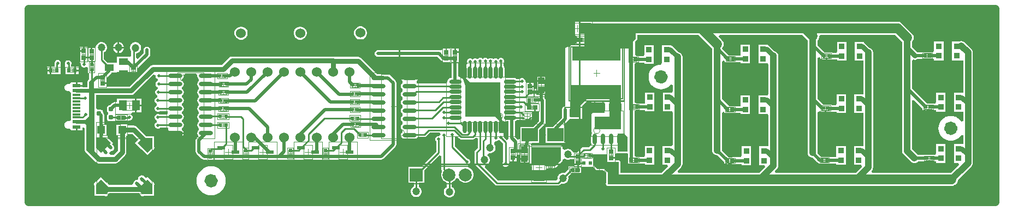
<source format=gtl>
G04*
G04 #@! TF.GenerationSoftware,Altium Limited,CircuitMaker,2.3.0 (2.3.0.3)*
G04*
G04 Layer_Physical_Order=1*
G04 Layer_Color=25308*
%FSLAX24Y24*%
%MOIN*%
G70*
G04*
G04 #@! TF.SameCoordinates,AA7B8D70-0D3E-4CF3-8BE1-7DC49EC747D3*
G04*
G04*
G04 #@! TF.FilePolarity,Positive*
G04*
G01*
G75*
%ADD11C,0.0039*%
%ADD12C,0.0236*%
%ADD13C,0.0100*%
%ADD14C,0.0050*%
%ADD15C,0.0079*%
%ADD16C,0.0059*%
%ADD18C,0.0472*%
%ADD19C,0.0020*%
%ADD20C,0.0433*%
%ADD21R,0.0220X0.0220*%
%ADD22R,0.0283X0.0299*%
%ADD23O,0.0236X0.0669*%
%ADD24R,0.0256X0.0236*%
%ADD25O,0.0236X0.0768*%
%ADD26R,0.0236X0.0276*%
%ADD27R,0.0492X0.0118*%
%ADD28R,0.0197X0.0177*%
%ADD29R,0.0492X0.0610*%
%ADD30R,0.0492X0.0197*%
%ADD31O,0.0768X0.0236*%
%ADD32R,0.0236X0.0276*%
%ADD33R,0.0197X0.0236*%
%ADD34R,0.0236X0.0197*%
%ADD35O,0.0866X0.0236*%
%ADD36R,0.0984X0.0787*%
%ADD37R,0.0394X0.0394*%
%ADD38R,0.0709X0.0650*%
%ADD39R,0.0217X0.0197*%
%ADD40R,0.0256X0.0256*%
%ADD41R,0.0177X0.0177*%
%ADD42R,0.0610X0.0354*%
%ADD43R,0.0374X0.0354*%
%ADD44R,0.0669X0.0512*%
%ADD45R,0.0650X0.0709*%
%ADD46R,0.0299X0.0283*%
%ADD47R,0.2953X0.0866*%
%ADD48P,0.0600X4X270.0*%
%ADD49R,0.0600X0.0600*%
%ADD50P,0.0600X4X360.0*%
%ADD51R,0.0600X0.0600*%
%ADD52C,0.0098*%
G04:AMPARAMS|DCode=53|XSize=23.6mil|YSize=29.5mil|CornerRadius=4.7mil|HoleSize=0mil|Usage=FLASHONLY|Rotation=90.000|XOffset=0mil|YOffset=0mil|HoleType=Round|Shape=RoundedRectangle|*
%AMROUNDEDRECTD53*
21,1,0.0236,0.0201,0,0,90.0*
21,1,0.0142,0.0295,0,0,90.0*
1,1,0.0094,0.0100,0.0071*
1,1,0.0094,0.0100,-0.0071*
1,1,0.0094,-0.0100,-0.0071*
1,1,0.0094,-0.0100,0.0071*
%
%ADD53ROUNDEDRECTD53*%
%ADD54R,0.0500X0.0500*%
%ADD55R,0.0551X0.0394*%
%ADD56R,0.0492X0.0236*%
%ADD98C,0.0472*%
%ADD99C,0.0200*%
%ADD100C,0.0300*%
%ADD101C,0.0600*%
%ADD102C,0.0394*%
%ADD103C,0.0246*%
%ADD104C,0.0276*%
%ADD105C,0.0195*%
%ADD106R,0.0787X0.0787*%
%ADD107C,0.0787*%
%ADD108C,0.0600*%
%ADD109C,0.1417*%
G04:AMPARAMS|DCode=110|XSize=39.4mil|YSize=86.6mil|CornerRadius=19.7mil|HoleSize=0mil|Usage=FLASHONLY|Rotation=270.000|XOffset=0mil|YOffset=0mil|HoleType=Round|Shape=RoundedRectangle|*
%AMROUNDEDRECTD110*
21,1,0.0394,0.0472,0,0,270.0*
21,1,0.0000,0.0866,0,0,270.0*
1,1,0.0394,-0.0236,0.0000*
1,1,0.0394,-0.0236,0.0000*
1,1,0.0394,0.0236,0.0000*
1,1,0.0394,0.0236,0.0000*
%
%ADD110ROUNDEDRECTD110*%
G04:AMPARAMS|DCode=111|XSize=39.4mil|YSize=78.7mil|CornerRadius=19.7mil|HoleSize=0mil|Usage=FLASHONLY|Rotation=270.000|XOffset=0mil|YOffset=0mil|HoleType=Round|Shape=RoundedRectangle|*
%AMROUNDEDRECTD111*
21,1,0.0394,0.0394,0,0,270.0*
21,1,0.0000,0.0787,0,0,270.0*
1,1,0.0394,-0.0197,0.0000*
1,1,0.0394,-0.0197,0.0000*
1,1,0.0394,0.0197,0.0000*
1,1,0.0394,0.0197,0.0000*
%
%ADD111ROUNDEDRECTD111*%
%ADD112C,0.0700*%
%ADD113C,0.0236*%
G36*
X59066Y5D02*
X16D01*
Y11825D01*
X59066D01*
Y5D01*
D02*
G37*
%LPC*%
G36*
X33593Y11069D02*
X33477Y11068D01*
Y11068D01*
X33477Y11068D01*
X33387D01*
Y10243D01*
X33563Y10066D01*
X33825D01*
Y9779D01*
X33462D01*
Y9683D01*
X33370Y9619D01*
X33129D01*
Y9578D01*
X33051Y9481D01*
X32902D01*
X32863Y9473D01*
X32830Y9451D01*
X32807Y9418D01*
X32800Y9379D01*
Y5866D01*
X32783Y5853D01*
X32751Y5846D01*
X32744D01*
X32738Y5843D01*
X32705Y5837D01*
X32678Y5819D01*
X32672Y5816D01*
X32667Y5811D01*
X32639Y5793D01*
X32621Y5765D01*
X32616Y5760D01*
X32614Y5754D01*
X32595Y5727D01*
X32589Y5694D01*
X32586Y5688D01*
Y5681D01*
X32580Y5649D01*
Y5167D01*
X32048Y4635D01*
X32029Y4607D01*
X31593D01*
Y3619D01*
X32778D01*
Y4607D01*
X32750D01*
X32705Y4716D01*
X32928Y4939D01*
X32972Y5005D01*
X32977Y5031D01*
X33097Y5082D01*
X33706Y5080D01*
X33733Y5080D01*
X33733Y5080D01*
X33733Y5080D01*
X33820Y5089D01*
X33835Y5182D01*
X33835Y5182D01*
X33835Y5182D01*
Y5880D01*
X34146Y6191D01*
X34320D01*
X34385Y6092D01*
X34387Y6082D01*
X35205D01*
Y5489D01*
X35178Y5466D01*
X34464Y5473D01*
X34425Y5429D01*
X34426Y5428D01*
X34423Y5426D01*
X34423Y5426D01*
X34401Y5393D01*
X34393Y5354D01*
Y4320D01*
X34401Y4281D01*
X34423Y4248D01*
X34424Y4247D01*
X34437Y4227D01*
X34389Y4155D01*
X34372Y4070D01*
Y3637D01*
X34389Y3552D01*
X34408Y3523D01*
X34242Y3358D01*
X33912D01*
X33854Y3346D01*
X33804Y3313D01*
X33511Y3020D01*
X33318D01*
X33240Y3106D01*
X33225Y3131D01*
X33162Y3194D01*
X33086Y3238D01*
X33000Y3261D01*
X32911D01*
X32826Y3238D01*
X32749Y3194D01*
X32634Y3246D01*
Y3355D01*
X32631Y3374D01*
X32627Y3393D01*
X32627Y3393D01*
X32627Y3394D01*
X32616Y3410D01*
X32605Y3426D01*
X32605Y3426D01*
X32605Y3427D01*
X32588Y3437D01*
X32572Y3448D01*
X32572Y3448D01*
X32571Y3449D01*
X32553Y3453D01*
X32534Y3457D01*
X30776Y3475D01*
X30775Y3475D01*
X30775Y3475D01*
X30756Y3471D01*
X30739Y3468D01*
X30716Y3491D01*
X30696Y3515D01*
X30744Y3619D01*
X31203D01*
Y4417D01*
X31535Y4749D01*
X31579Y4815D01*
X31594Y4893D01*
X31594Y4893D01*
Y6221D01*
X31579Y6299D01*
X31535Y6365D01*
X31523Y6377D01*
Y6565D01*
X31616D01*
Y7159D01*
X31614D01*
Y7364D01*
X31319D01*
X31024D01*
Y7159D01*
X31022D01*
Y6917D01*
X30881D01*
Y6963D01*
X30879D01*
Y7042D01*
X30639D01*
Y7091D01*
X30590D01*
Y7339D01*
X30456D01*
X30398Y7341D01*
X30342Y7434D01*
X30317Y7494D01*
X30261Y7550D01*
X30188Y7580D01*
X30110D01*
X30037Y7550D01*
X30023Y7535D01*
X29841D01*
X29773Y7580D01*
X29688Y7597D01*
X29190D01*
X29127Y7640D01*
X29084Y7703D01*
Y8201D01*
X29067Y8287D01*
X29019Y8359D01*
X29014Y8362D01*
Y8488D01*
X29031Y8504D01*
X29061Y8577D01*
Y8655D01*
X29031Y8728D01*
X28976Y8783D01*
X28903Y8813D01*
X28824D01*
X28752Y8783D01*
X28701Y8732D01*
X28655Y8778D01*
X28582Y8809D01*
X28504D01*
X28431Y8778D01*
X28388Y8735D01*
X28343Y8780D01*
X28270Y8810D01*
X28192D01*
X28119Y8780D01*
X28076Y8738D01*
X28023Y8791D01*
X27950Y8821D01*
X27872D01*
X27799Y8791D01*
X27755Y8747D01*
X27719Y8783D01*
X27646Y8813D01*
X27568D01*
X27495Y8783D01*
X27446Y8734D01*
X27408Y8772D01*
X27335Y8802D01*
X27256D01*
X27184Y8772D01*
X27136Y8724D01*
X27098Y8762D01*
X27025Y8792D01*
X26946D01*
X26874Y8762D01*
X26818Y8707D01*
X26788Y8634D01*
Y8556D01*
X26811Y8501D01*
X26766Y8437D01*
X26762Y8434D01*
X26752Y8429D01*
X26739Y7569D01*
X26993Y7335D01*
X28843Y7338D01*
X28840Y7335D01*
Y5540D01*
X28869Y5444D01*
X28962Y4952D01*
X29173Y4937D01*
X29188Y4948D01*
X29322D01*
Y3917D01*
X29332Y3869D01*
X29231Y3803D01*
X29056Y3977D01*
Y3998D01*
X29026Y4070D01*
X29018Y4187D01*
X29035Y4213D01*
X28772Y4235D01*
X28772Y4966D01*
X28536Y5213D01*
X26722D01*
X26711Y5203D01*
X26700Y5213D01*
Y7094D01*
X26700Y7094D01*
X26561Y7514D01*
X26333Y7661D01*
X26332Y7666D01*
X26270Y7699D01*
Y8546D01*
X26307D01*
Y9046D01*
X26306D01*
Y9125D01*
X26066D01*
Y9174D01*
X26017D01*
Y9422D01*
X25826D01*
Y9422D01*
X25766Y9423D01*
Y9423D01*
X25708Y9423D01*
X25575D01*
Y9175D01*
X25477D01*
Y9423D01*
X25286D01*
Y9334D01*
X25167Y9271D01*
X25156Y9279D01*
X25078Y9294D01*
X21360D01*
X21328Y9288D01*
X21321D01*
X21315Y9285D01*
X21282Y9279D01*
X21255Y9261D01*
X21248Y9258D01*
X21244Y9253D01*
X21216Y9235D01*
X21198Y9207D01*
X21193Y9202D01*
X21190Y9196D01*
X21172Y9169D01*
X21165Y9136D01*
X21163Y9130D01*
Y9123D01*
X21156Y9091D01*
X21163Y9058D01*
Y9051D01*
X21165Y9045D01*
X21172Y9013D01*
X21190Y8985D01*
X21193Y8979D01*
X21198Y8974D01*
X21216Y8946D01*
X21244Y8928D01*
X21248Y8923D01*
X21255Y8921D01*
X21282Y8902D01*
X21315Y8896D01*
X21321Y8893D01*
X21328D01*
X21360Y8887D01*
X24993D01*
X25227Y8653D01*
X25284Y8615D01*
Y8547D01*
X25767D01*
X25862Y8490D01*
Y7597D01*
X25830D01*
X25745Y7580D01*
X25673Y7532D01*
X25625Y7460D01*
X25608Y7375D01*
X25513Y7260D01*
X23772D01*
X23768Y7265D01*
X23726Y7293D01*
X23719Y7317D01*
X23719Y7400D01*
X23726Y7425D01*
X23767Y7452D01*
X23786Y7481D01*
X22805D01*
X22825Y7452D01*
X22866Y7425D01*
X22872Y7400D01*
X22872Y7317D01*
X22866Y7293D01*
X22824Y7265D01*
X22775Y7193D01*
X22758Y7108D01*
X22775Y7023D01*
X22824Y6951D01*
X22864Y6924D01*
X22870Y6903D01*
Y6813D01*
X22864Y6792D01*
X22824Y6765D01*
X22775Y6693D01*
X22758Y6608D01*
X22775Y6523D01*
X22824Y6451D01*
X22864Y6424D01*
X22870Y6403D01*
Y6313D01*
X22864Y6292D01*
X22824Y6265D01*
X22775Y6193D01*
X22758Y6108D01*
X22775Y6023D01*
X22824Y5951D01*
X22864Y5924D01*
X22870Y5903D01*
Y5813D01*
X22864Y5792D01*
X22824Y5765D01*
X22775Y5693D01*
X22758Y5608D01*
X22775Y5523D01*
X22824Y5451D01*
X22864Y5424D01*
X22870Y5403D01*
Y5313D01*
X22864Y5292D01*
X22824Y5265D01*
X22775Y5193D01*
X22758Y5108D01*
X22775Y5023D01*
X22824Y4951D01*
X22864Y4924D01*
X22870Y4903D01*
Y4813D01*
X22864Y4792D01*
X22824Y4765D01*
X22775Y4693D01*
X22758Y4608D01*
X22775Y4523D01*
X22824Y4451D01*
X22864Y4424D01*
X22870Y4403D01*
Y4313D01*
X22864Y4292D01*
X22824Y4265D01*
X22775Y4193D01*
X22758Y4108D01*
X22775Y4023D01*
X22824Y3951D01*
X22896Y3903D01*
X22981Y3886D01*
X23611D01*
X23696Y3903D01*
X23768Y3951D01*
X23789Y3982D01*
X24196D01*
X24254Y3994D01*
X24304Y4027D01*
X24536Y4258D01*
X25125D01*
X25198Y4140D01*
X25193Y4130D01*
X25108Y4045D01*
X25084Y4044D01*
X25028D01*
X24955Y4014D01*
X24900Y3958D01*
X24869Y3886D01*
Y3807D01*
X24900Y3735D01*
X24914Y3720D01*
Y3103D01*
X23983Y2172D01*
X23212D01*
Y1184D01*
X23552D01*
Y957D01*
X23486Y918D01*
X23423Y856D01*
X23379Y779D01*
X23356Y694D01*
Y605D01*
X23379Y520D01*
X23423Y443D01*
X23486Y380D01*
X23563Y336D01*
X23648Y313D01*
X23737D01*
X23822Y336D01*
X23899Y380D01*
X23961Y443D01*
X24006Y520D01*
X24029Y605D01*
Y694D01*
X24006Y779D01*
X23961Y856D01*
X23899Y918D01*
X23858Y942D01*
Y1184D01*
X24199D01*
Y1955D01*
X25121Y2878D01*
X25239Y2829D01*
X25240Y1990D01*
X25246Y1961D01*
X25252Y1932D01*
X25252Y1931D01*
X25252Y1931D01*
X25268Y1908D01*
X25245Y1869D01*
X25212Y1743D01*
Y1613D01*
X25245Y1487D01*
X25310Y1375D01*
X25402Y1283D01*
X25515Y1218D01*
X25567Y1204D01*
Y940D01*
X25514Y909D01*
X25451Y846D01*
X25407Y769D01*
X25384Y684D01*
Y595D01*
X25407Y510D01*
X25451Y433D01*
X25514Y371D01*
X25590Y326D01*
X25676Y303D01*
X25764D01*
X25850Y326D01*
X25926Y371D01*
X25989Y433D01*
X26033Y510D01*
X26056Y595D01*
Y684D01*
X26033Y769D01*
X25989Y846D01*
X25926Y909D01*
X25873Y940D01*
Y1212D01*
X25896Y1218D01*
X26008Y1283D01*
X26100Y1375D01*
X26140Y1445D01*
X26141Y1445D01*
X26269D01*
X26270Y1445D01*
X26310Y1375D01*
X26402Y1283D01*
X26515Y1218D01*
X26640Y1184D01*
X26770D01*
X26896Y1218D01*
X27008Y1283D01*
X27100Y1375D01*
X27165Y1487D01*
X27199Y1613D01*
Y1743D01*
X27165Y1869D01*
X27100Y1981D01*
X27008Y2073D01*
X26896Y2138D01*
X26862Y2147D01*
X26843Y2263D01*
X26846Y2274D01*
X26912Y2301D01*
X26968Y2357D01*
X26998Y2429D01*
Y2508D01*
X26968Y2580D01*
X26912Y2636D01*
X26840Y2666D01*
X26819D01*
X26045Y3440D01*
Y4002D01*
X26059Y4016D01*
X26192Y4028D01*
X26331Y3888D01*
X26381Y3855D01*
X26439Y3843D01*
X27162D01*
X27221Y3855D01*
X27270Y3888D01*
X27331Y3948D01*
X27449Y3900D01*
Y3313D01*
X27288Y3152D01*
X27254Y3102D01*
X27243Y3044D01*
Y2395D01*
X27254Y2336D01*
X27288Y2287D01*
X28515Y1060D01*
X28564Y1027D01*
X28623Y1015D01*
X32349D01*
X32407Y1027D01*
X32457Y1060D01*
X32542Y1145D01*
X32601Y1129D01*
X32690D01*
X32776Y1152D01*
X32852Y1196D01*
X32915Y1258D01*
X32959Y1335D01*
X32982Y1421D01*
Y1509D01*
X32966Y1569D01*
X33154Y1757D01*
X33791D01*
Y2176D01*
X34106D01*
Y2175D01*
X34473D01*
X34676Y1972D01*
X34709Y1950D01*
X34748Y1942D01*
X35128D01*
X35248Y1823D01*
X35243Y1813D01*
X35244D01*
X35244Y1119D01*
X35250Y1116D01*
X35291Y1058D01*
X35299Y1046D01*
X35313Y1025D01*
X35346Y1003D01*
X35385Y995D01*
X35922D01*
X35947Y992D01*
X56367D01*
X56471Y1006D01*
X56568Y1046D01*
X56652Y1110D01*
X56716Y1194D01*
X56756Y1291D01*
X56767Y1373D01*
X57587Y2193D01*
X57635Y2255D01*
X57665Y2327D01*
X57675Y2405D01*
Y2895D01*
Y6015D01*
Y9145D01*
X57665Y9222D01*
X57635Y9295D01*
X57587Y9357D01*
X57182Y9762D01*
X57120Y9809D01*
X57048Y9839D01*
X56970Y9850D01*
X56893Y9839D01*
X56840Y9817D01*
X56390D01*
Y9345D01*
X56390Y9263D01*
X56390D01*
Y9227D01*
X56390D01*
Y8672D01*
X56964D01*
Y8672D01*
X57076Y8658D01*
Y6687D01*
X56510D01*
Y6215D01*
X56510Y6133D01*
X56510D01*
Y6097D01*
X56510D01*
Y5542D01*
X57076D01*
Y4954D01*
X56958Y4924D01*
X56952Y4936D01*
X56858Y5050D01*
X56744Y5143D01*
X56614Y5213D01*
X56473Y5256D01*
X56326Y5270D01*
X56179Y5256D01*
X56038Y5213D01*
X55907Y5143D01*
X55793Y5050D01*
X55700Y4936D01*
X55630Y4805D01*
X55587Y4664D01*
X55573Y4517D01*
X55587Y4370D01*
X55630Y4229D01*
X55700Y4099D01*
X55793Y3985D01*
X55907Y3891D01*
X56038Y3821D01*
X56179Y3778D01*
X56326Y3764D01*
X56473Y3778D01*
X56614Y3821D01*
X56744Y3891D01*
X56858Y3985D01*
X56952Y4099D01*
X56958Y4110D01*
X57076Y4081D01*
Y3547D01*
X56510D01*
Y3075D01*
X56510Y2993D01*
X56510D01*
Y2957D01*
X56510D01*
Y2402D01*
X56796D01*
X56841Y2293D01*
X56347Y1799D01*
X51538D01*
X51507Y1873D01*
X51501Y1917D01*
X51545Y1975D01*
X51557Y2005D01*
X51575Y2047D01*
X51585Y2125D01*
Y2755D01*
Y5935D01*
Y9145D01*
X51575Y9222D01*
X51545Y9295D01*
X51497Y9357D01*
X51435Y9404D01*
X51363Y9434D01*
X51356Y9435D01*
X51091Y9700D01*
X51034Y9738D01*
Y9797D01*
X50460D01*
Y9325D01*
X50460Y9243D01*
X50460D01*
Y9207D01*
X50460D01*
Y8652D01*
X50986D01*
Y6597D01*
X50440D01*
Y6125D01*
X50440Y6043D01*
X50440D01*
Y6007D01*
X50440D01*
Y5452D01*
X50986D01*
Y3432D01*
X50421D01*
Y2960D01*
X50421Y2878D01*
X50421D01*
Y2842D01*
X50421D01*
Y2287D01*
X50858D01*
X50906Y2169D01*
X50537Y1799D01*
X45638D01*
X45592Y1908D01*
X45707Y2023D01*
X45755Y2085D01*
X45785Y2157D01*
X45795Y2235D01*
Y2735D01*
Y5845D01*
Y8945D01*
X45785Y9022D01*
X45755Y9095D01*
X45707Y9157D01*
X45645Y9204D01*
X45573Y9234D01*
X45566Y9235D01*
X45261Y9540D01*
X45178Y9596D01*
X45154Y9600D01*
Y9637D01*
X44580D01*
Y9165D01*
X44580Y9083D01*
X44580D01*
Y9047D01*
X44580D01*
Y8492D01*
X45154D01*
X45196Y8392D01*
Y6638D01*
X45154Y6537D01*
X44580D01*
Y6065D01*
X44580Y5983D01*
X44580D01*
Y5947D01*
X44580D01*
Y5392D01*
X45154D01*
X45196Y5292D01*
Y3412D01*
X44641D01*
Y2940D01*
X44641Y2858D01*
X44641D01*
Y2822D01*
X44641D01*
Y2267D01*
X44950D01*
X44995Y2158D01*
X44637Y1799D01*
X39688D01*
X39643Y1908D01*
X39857Y2123D01*
X39905Y2185D01*
X39935Y2257D01*
X39945Y2335D01*
Y2745D01*
Y5975D01*
Y8885D01*
X39935Y8962D01*
X39905Y9035D01*
X39857Y9097D01*
X39795Y9144D01*
X39723Y9174D01*
X39716Y9175D01*
X39381Y9510D01*
X39298Y9566D01*
X39274Y9570D01*
Y9607D01*
X38700D01*
Y9135D01*
X38700Y9053D01*
X38700D01*
Y9017D01*
X38700D01*
Y8526D01*
X38644Y8433D01*
X38603Y8411D01*
X38486Y8400D01*
X38345Y8357D01*
X38214Y8287D01*
X38100Y8194D01*
X38007Y8079D01*
X37937Y7949D01*
X37894Y7808D01*
X37880Y7661D01*
X37894Y7514D01*
X37937Y7373D01*
X38007Y7242D01*
X38100Y7128D01*
X38214Y7035D01*
X38345Y6965D01*
X38486Y6922D01*
X38633Y6908D01*
X38780Y6922D01*
X38921Y6965D01*
X39051Y7035D01*
X39166Y7128D01*
X39228Y7205D01*
X39346Y7162D01*
Y6806D01*
X39324Y6697D01*
X38750D01*
Y6225D01*
X38750Y6143D01*
X38750D01*
Y6107D01*
X38750D01*
Y5552D01*
X39324D01*
X39346Y5444D01*
Y3538D01*
X39304Y3437D01*
X38730D01*
Y2965D01*
X38730Y2883D01*
X38730D01*
Y2847D01*
X38730D01*
Y2292D01*
X39026D01*
X39071Y2183D01*
X38687Y1799D01*
X36160D01*
Y2451D01*
X36152Y2490D01*
X36130Y2523D01*
X36097Y2545D01*
X36058Y2553D01*
X35816D01*
Y2656D01*
X35576D01*
Y2754D01*
X35816D01*
Y2833D01*
X35817D01*
Y2943D01*
X35832Y2956D01*
X35936Y2996D01*
X35937Y2994D01*
X35976Y2987D01*
X36601D01*
X36612Y2978D01*
Y2575D01*
X36627Y2497D01*
X36627Y2497D01*
Y2371D01*
X36815D01*
X36816Y2371D01*
X36817Y2371D01*
X37103D01*
X37131Y2366D01*
X37647D01*
Y2292D01*
X38221D01*
Y2765D01*
X38221Y2847D01*
X38221Y2965D01*
Y3437D01*
X37647D01*
Y2965D01*
X37647Y2883D01*
X37627Y2774D01*
X37131D01*
X37020Y2843D01*
Y5582D01*
X37138Y5628D01*
X37149Y5626D01*
X37667D01*
Y5552D01*
X38241D01*
Y6025D01*
X38241Y6107D01*
X38241Y6225D01*
Y6697D01*
X37667D01*
Y6225D01*
X37667Y6143D01*
X37647Y6034D01*
X37149D01*
X37036Y6102D01*
Y8474D01*
X37138Y8536D01*
X37617D01*
Y8462D01*
X38191D01*
Y8935D01*
X38191Y9017D01*
X38191Y9135D01*
Y9607D01*
X37617D01*
Y9135D01*
X37617Y9053D01*
X37597Y8944D01*
X37138D01*
X37051Y9040D01*
Y9792D01*
X37170Y9922D01*
X37180Y9937D01*
X37190Y9952D01*
X37190Y9954D01*
X37191Y9956D01*
X37194Y9974D01*
X37197Y9991D01*
Y10221D01*
X40919D01*
X41756Y9384D01*
Y6325D01*
Y3177D01*
X41767Y3100D01*
X41796Y3028D01*
X41844Y2966D01*
X41906Y2918D01*
X41978Y2888D01*
X42056Y2878D01*
X42065Y2879D01*
X42493Y2452D01*
Y2346D01*
X42663D01*
X42688Y2341D01*
X42713Y2346D01*
X42969D01*
X42996Y2340D01*
X43559D01*
Y2267D01*
X44133D01*
Y2740D01*
X44133Y2822D01*
X44133Y2940D01*
Y3412D01*
X43559D01*
Y2940D01*
X43559Y2858D01*
X43538Y2748D01*
X42996D01*
X42969Y2743D01*
X42779D01*
X42354Y3168D01*
X42355Y3177D01*
Y5467D01*
X42473Y5530D01*
X42497Y5514D01*
Y5476D01*
X42678D01*
X42706Y5471D01*
X42733Y5476D01*
X42965D01*
X43019Y5466D01*
X43497D01*
Y5392D01*
X44071D01*
Y5865D01*
X44071Y5947D01*
X44071Y6065D01*
Y6537D01*
X43497D01*
Y6065D01*
X43497Y5983D01*
X43477Y5874D01*
X43019D01*
X43018Y5873D01*
X42796D01*
X42355Y6314D01*
Y8597D01*
X42473Y8656D01*
X42515Y8625D01*
Y8571D01*
X42705D01*
X42706Y8571D01*
X42707Y8571D01*
X42991D01*
X43019Y8566D01*
X43497D01*
Y8492D01*
X44071D01*
Y8965D01*
X44071Y9047D01*
X44071Y9165D01*
Y9637D01*
X43497D01*
Y9165D01*
X43497Y9083D01*
X43477Y8974D01*
X43019D01*
X42991Y8968D01*
X42801D01*
X42366Y9403D01*
X42405Y9453D01*
X42445Y9550D01*
X42459Y9655D01*
X42445Y9759D01*
X42405Y9857D01*
X42341Y9940D01*
X42169Y10112D01*
X42214Y10221D01*
X47269D01*
X47596Y9894D01*
Y9607D01*
Y6337D01*
Y3015D01*
X47607Y2937D01*
X47636Y2865D01*
X47684Y2803D01*
X47746Y2756D01*
X47818Y2726D01*
X47896Y2716D01*
X47905Y2717D01*
X48192Y2431D01*
X48250Y2392D01*
X48250Y2376D01*
X48336Y2371D01*
X48363Y2376D01*
X48368Y2377D01*
X48705D01*
X48706Y2376D01*
X48784Y2360D01*
X49339D01*
Y2287D01*
X49913D01*
Y2760D01*
X49913Y2842D01*
X49913Y2960D01*
Y3432D01*
X49339D01*
Y2960D01*
X49339Y2878D01*
X49318Y2768D01*
X48962D01*
Y2773D01*
X48426D01*
X48194Y3005D01*
X48195Y3015D01*
Y5486D01*
X48313Y5569D01*
X48335Y5561D01*
D01*
X48397Y5545D01*
X48430Y5537D01*
X48442Y5534D01*
X48508Y5521D01*
X48586Y5537D01*
X48623Y5561D01*
X48740D01*
X48770Y5541D01*
X48848Y5526D01*
X49357D01*
Y5452D01*
X49931D01*
Y5925D01*
X49931Y6007D01*
X49931Y6125D01*
Y6597D01*
X49357D01*
Y6125D01*
X49357Y6043D01*
X49337Y5934D01*
X49046D01*
Y5958D01*
X48563D01*
X48195Y6326D01*
Y8823D01*
X48310Y8874D01*
X48372Y8824D01*
Y8756D01*
X48470D01*
X48500Y8737D01*
X48578Y8721D01*
X48656Y8737D01*
X48686Y8756D01*
X48800D01*
X48823Y8741D01*
X48901Y8726D01*
X49377D01*
Y8652D01*
X49951D01*
Y9125D01*
X49951Y9207D01*
X49951Y9325D01*
Y9797D01*
X49377D01*
Y9325D01*
X49377Y9243D01*
X49357Y9134D01*
X49084D01*
Y9153D01*
X48638D01*
X48195Y9596D01*
Y9898D01*
X48245Y9963D01*
X48285Y10060D01*
X48299Y10165D01*
X48349Y10221D01*
X52919D01*
X53356Y9784D01*
Y9432D01*
Y6965D01*
Y3128D01*
X53367Y3050D01*
X53396Y2978D01*
X53444Y2916D01*
X53887Y2473D01*
X53949Y2426D01*
X54021Y2396D01*
X54099Y2386D01*
X54176Y2396D01*
X54248Y2426D01*
X54310Y2473D01*
X54316Y2481D01*
X54848D01*
X54876Y2486D01*
X55139D01*
X55142Y2486D01*
X55427Y2481D01*
Y2402D01*
X56001D01*
Y2875D01*
X56001Y2957D01*
X56001Y3075D01*
Y3547D01*
X55427D01*
Y3075D01*
X55427Y3007D01*
X55407Y2936D01*
X55359Y2890D01*
X55149Y2894D01*
X55093Y2883D01*
X54876D01*
X54848Y2889D01*
X54316D01*
X54310Y2897D01*
X53955Y3252D01*
Y6223D01*
X54064Y6268D01*
X54597Y5735D01*
Y5616D01*
X54778D01*
X54806Y5611D01*
X54833Y5616D01*
X55097D01*
X55101Y5616D01*
X55427D01*
Y5542D01*
X56001D01*
Y6015D01*
X56001Y6097D01*
X56001Y6215D01*
Y6687D01*
X55427D01*
Y6215D01*
X55427Y6133D01*
X55407Y6024D01*
X55101D01*
X55050Y6013D01*
X54896D01*
X53955Y6954D01*
Y8645D01*
X54073Y8720D01*
X54123Y8710D01*
X54220Y8729D01*
X54268Y8761D01*
X54746D01*
X54773Y8766D01*
X55013D01*
X55041Y8761D01*
X55307D01*
Y8672D01*
X55881D01*
Y9145D01*
X55881Y9227D01*
X55881Y9345D01*
Y9817D01*
X55307D01*
Y9345D01*
X55307Y9263D01*
X55250Y9169D01*
X55041D01*
X55013Y9163D01*
X54773D01*
X54746Y9169D01*
X54279D01*
X53955Y9493D01*
Y9788D01*
X54005Y9853D01*
X54045Y9951D01*
X54059Y10055D01*
X54045Y10159D01*
X54005Y10257D01*
X53941Y10340D01*
X53371Y10910D01*
X53287Y10974D01*
X53190Y11015D01*
X53086Y11028D01*
X53086Y11028D01*
X47436D01*
X47436Y11028D01*
X47436Y11028D01*
X41086D01*
X41086Y11028D01*
X41086Y11028D01*
X34443D01*
Y11069D01*
X33594D01*
X33593Y11069D01*
D02*
G37*
G36*
X20348Y10745D02*
X20243D01*
X20141Y10718D01*
X20050Y10665D01*
X19976Y10591D01*
X19923Y10499D01*
X19896Y10398D01*
Y10292D01*
X19923Y10191D01*
X19976Y10099D01*
X20050Y10025D01*
X20141Y9972D01*
X20243Y9945D01*
X20348D01*
X20450Y9972D01*
X20541Y10025D01*
X20616Y10099D01*
X20668Y10191D01*
X20696Y10292D01*
Y10398D01*
X20668Y10499D01*
X20616Y10591D01*
X20541Y10665D01*
X20450Y10718D01*
X20348Y10745D01*
D02*
G37*
G36*
X16668Y10735D02*
X16563D01*
X16461Y10708D01*
X16370Y10655D01*
X16296Y10581D01*
X16243Y10489D01*
X16216Y10388D01*
Y10282D01*
X16243Y10181D01*
X16296Y10089D01*
X16370Y10015D01*
X16461Y9962D01*
X16563Y9935D01*
X16668D01*
X16770Y9962D01*
X16861Y10015D01*
X16936Y10089D01*
X16988Y10181D01*
X17016Y10282D01*
Y10388D01*
X16988Y10489D01*
X16936Y10581D01*
X16861Y10655D01*
X16770Y10708D01*
X16668Y10735D01*
D02*
G37*
G36*
X13058D02*
X12953D01*
X12851Y10708D01*
X12760Y10655D01*
X12686Y10581D01*
X12633Y10489D01*
X12606Y10388D01*
Y10282D01*
X12633Y10181D01*
X12686Y10089D01*
X12760Y10015D01*
X12851Y9962D01*
X12953Y9935D01*
X13058D01*
X13160Y9962D01*
X13251Y10015D01*
X13326Y10089D01*
X13378Y10181D01*
X13406Y10282D01*
Y10388D01*
X13378Y10489D01*
X13326Y10581D01*
X13251Y10655D01*
X13160Y10708D01*
X13058Y10735D01*
D02*
G37*
G36*
X5572Y9782D02*
Y9498D01*
X5856D01*
X5834Y9578D01*
X5790Y9654D01*
X5728Y9717D01*
X5652Y9761D01*
X5572Y9782D01*
D02*
G37*
G36*
X5473D02*
X5393Y9761D01*
X5317Y9717D01*
X5255Y9654D01*
X5211Y9578D01*
X5189Y9498D01*
X5473D01*
Y9782D01*
D02*
G37*
G36*
X4529Y9790D02*
X4440D01*
X4354Y9767D01*
X4278Y9723D01*
X4215Y9660D01*
X4171Y9584D01*
X4164Y9558D01*
X4112Y9461D01*
X4045Y9461D01*
X3935D01*
Y9235D01*
X3837D01*
Y9461D01*
X3659D01*
X3636Y9503D01*
X3445D01*
Y9255D01*
X3396D01*
Y9206D01*
X3156D01*
Y9065D01*
X3154D01*
Y8565D01*
X3154D01*
X3228Y8464D01*
Y8386D01*
X3258Y8313D01*
X3314Y8258D01*
X3386Y8227D01*
X3465D01*
X3538Y8258D01*
X3550Y8269D01*
X3622Y8252D01*
X3668Y8221D01*
Y7891D01*
X3733D01*
Y7518D01*
X3723Y7512D01*
X3643Y7432D01*
X3621Y7399D01*
X3613Y7360D01*
Y7035D01*
X3311D01*
Y7078D01*
X2966D01*
Y7128D01*
X2917D01*
Y7344D01*
X2622D01*
Y7319D01*
X2509Y7237D01*
X2418D01*
X2335Y7203D01*
X2270Y7139D01*
X2236Y7055D01*
Y6964D01*
X2270Y6880D01*
X2335Y6816D01*
X2418Y6781D01*
X2509D01*
X2620Y6700D01*
Y6201D01*
Y5807D01*
Y5413D01*
Y5036D01*
X2586Y4999D01*
X2509Y4954D01*
X2418D01*
X2335Y4919D01*
X2270Y4855D01*
X2236Y4771D01*
Y4681D01*
X2270Y4597D01*
X2335Y4533D01*
X2418Y4498D01*
X2509D01*
X2622Y4417D01*
Y4391D01*
X2917D01*
Y4608D01*
X3015D01*
Y4391D01*
X3311D01*
Y4578D01*
X3346Y4592D01*
X3463Y4512D01*
X3459Y3176D01*
X3459Y3176D01*
X3459Y3176D01*
X3463Y3156D01*
X3467Y3137D01*
X3467Y3137D01*
X3467Y3137D01*
X3478Y3120D01*
X3489Y3104D01*
X3489Y3104D01*
X3489Y3104D01*
X3683Y2910D01*
X3696Y2891D01*
X4141Y2446D01*
X4223Y2390D01*
X4321Y2371D01*
X5343D01*
X5441Y2390D01*
X5524Y2446D01*
X5565Y2508D01*
X5931Y2873D01*
X5986Y2956D01*
X6005Y3054D01*
Y4075D01*
X6100D01*
Y4170D01*
X6368D01*
X6726Y3812D01*
X6541Y3627D01*
X6869Y3299D01*
X6869Y3296D01*
X6882Y3277D01*
Y3227D01*
X6932D01*
X6952Y3214D01*
X6955Y3213D01*
X7282Y2886D01*
X7580Y3183D01*
X7680Y3227D01*
X7680D01*
Y3227D01*
X7682D01*
X7724Y3327D01*
X7722Y3329D01*
X7722D01*
X7722Y3329D01*
X7682Y3430D01*
Y4027D01*
X7232D01*
X6654Y4605D01*
X6571Y4660D01*
X6474Y4680D01*
X6100D01*
Y4775D01*
X5400D01*
Y4075D01*
X5496D01*
Y3159D01*
X5217Y2881D01*
X5038D01*
X5012Y2907D01*
X4959Y2999D01*
X4959Y2999D01*
X4962Y3005D01*
Y3012D01*
X4965Y3026D01*
X4980Y3056D01*
X5051Y3120D01*
X5067Y3126D01*
X5099Y3132D01*
X5106D01*
X5112Y3135D01*
X5145Y3142D01*
X5172Y3160D01*
X5178Y3163D01*
X5183Y3167D01*
X5211Y3186D01*
X5229Y3213D01*
X5234Y3218D01*
X5237Y3224D01*
X5255Y3252D01*
X5262Y3284D01*
X5264Y3291D01*
Y3297D01*
X5271Y3330D01*
X5264Y3362D01*
Y3369D01*
X5262Y3375D01*
X5255Y3408D01*
X5237Y3436D01*
X5234Y3442D01*
X5229Y3447D01*
X5211Y3474D01*
X5129Y3556D01*
X5200Y3627D01*
X4902Y3925D01*
X4859Y4025D01*
X4859Y4027D01*
X4859Y4027D01*
X4856Y4029D01*
X4800Y4119D01*
Y4169D01*
Y4775D01*
X4654D01*
Y5321D01*
X4639Y5399D01*
X4595Y5465D01*
X4587Y5473D01*
Y5506D01*
X4575Y5563D01*
X4543Y5612D01*
X4494Y5644D01*
X4437Y5656D01*
X4236D01*
X4143Y5752D01*
Y6558D01*
X6303D01*
X6401Y6577D01*
X6484Y6632D01*
X7675Y7824D01*
X7766Y7771D01*
X7778Y7760D01*
Y7686D01*
X7808Y7613D01*
X7864Y7558D01*
X7912Y7538D01*
X7921Y7534D01*
X7924Y7513D01*
X7924D01*
X7927Y7491D01*
Y7459D01*
X7921Y7416D01*
X7912Y7412D01*
X7864Y7392D01*
X7808Y7337D01*
X7778Y7264D01*
Y7186D01*
X7808Y7113D01*
X7864Y7058D01*
X7906Y7040D01*
X7911Y7038D01*
X7915Y6962D01*
X7907Y6918D01*
X7844Y6892D01*
X7788Y6837D01*
X7758Y6764D01*
Y6686D01*
X7788Y6613D01*
X7844Y6558D01*
X7898Y6535D01*
X7903Y6418D01*
X7898Y6413D01*
X7898Y6413D01*
X7898Y6413D01*
X7898Y6413D01*
X7877Y6404D01*
X7824Y6382D01*
X7768Y6327D01*
X7738Y6254D01*
Y6176D01*
X7768Y6103D01*
X7824Y6048D01*
X7863Y6031D01*
Y5908D01*
X7824Y5892D01*
X7768Y5837D01*
X7738Y5764D01*
Y5686D01*
X7768Y5613D01*
X7824Y5558D01*
X7896Y5527D01*
X7975D01*
X8048Y5558D01*
X8052Y5562D01*
X8504D01*
X8510Y5547D01*
X8520Y5432D01*
X8458Y5368D01*
X8034D01*
X7975Y5392D01*
X7896D01*
X7824Y5362D01*
X7768Y5307D01*
X7738Y5234D01*
Y5156D01*
X7768Y5083D01*
X7824Y5028D01*
X7863Y5011D01*
Y4888D01*
X7824Y4872D01*
X7768Y4817D01*
X7738Y4744D01*
Y4666D01*
X7768Y4593D01*
X7824Y4538D01*
X7896Y4507D01*
X7975D01*
X8048Y4538D01*
X8072Y4562D01*
X8509D01*
X8547Y4537D01*
X8553Y4514D01*
X8553Y4430D01*
X8547Y4406D01*
X8544Y4404D01*
X8684Y4328D01*
X9429D01*
Y4271D01*
X9503D01*
X9496Y4307D01*
X9448Y4378D01*
X9407Y4406D01*
X9400Y4430D01*
X9401Y4514D01*
X9407Y4537D01*
X9449Y4565D01*
X9497Y4637D01*
X9514Y4722D01*
X9497Y4807D01*
X9449Y4880D01*
X9408Y4907D01*
X9402Y4928D01*
Y5017D01*
X9408Y5038D01*
X9449Y5065D01*
X9497Y5137D01*
X9514Y5222D01*
X9497Y5307D01*
X9449Y5380D01*
X9408Y5407D01*
X9402Y5428D01*
Y5517D01*
X9408Y5538D01*
X9449Y5565D01*
X9497Y5637D01*
X9514Y5722D01*
X9497Y5807D01*
X9449Y5880D01*
X9408Y5907D01*
X9402Y5928D01*
Y6017D01*
X9408Y6038D01*
X9449Y6065D01*
X9497Y6137D01*
X9514Y6222D01*
X9497Y6307D01*
X9449Y6380D01*
X9408Y6407D01*
X9402Y6428D01*
Y6517D01*
X9408Y6538D01*
X9449Y6565D01*
X9497Y6637D01*
X9514Y6722D01*
X9497Y6807D01*
X9449Y6880D01*
X9408Y6907D01*
X9402Y6928D01*
Y7017D01*
X9408Y7038D01*
X9449Y7065D01*
X9497Y7137D01*
X9514Y7222D01*
X9497Y7307D01*
X9449Y7380D01*
X9408Y7407D01*
X9402Y7428D01*
Y7517D01*
X9408Y7538D01*
X9449Y7565D01*
X9497Y7637D01*
X9514Y7722D01*
X9508Y7751D01*
X9587Y7869D01*
X10256D01*
X10335Y7751D01*
X10329Y7722D01*
X10346Y7637D01*
X10394Y7565D01*
X10435Y7538D01*
X10441Y7517D01*
Y7428D01*
X10435Y7407D01*
X10394Y7380D01*
X10346Y7307D01*
X10329Y7222D01*
X10346Y7137D01*
X10394Y7065D01*
X10435Y7038D01*
X10441Y7017D01*
Y6928D01*
X10435Y6907D01*
X10394Y6880D01*
X10346Y6807D01*
X10329Y6722D01*
X10346Y6637D01*
X10394Y6565D01*
X10435Y6538D01*
X10441Y6517D01*
Y6428D01*
X10435Y6407D01*
X10394Y6380D01*
X10346Y6307D01*
X10329Y6222D01*
X10346Y6137D01*
X10394Y6065D01*
X10435Y6038D01*
X10441Y6017D01*
Y5928D01*
X10435Y5907D01*
X10394Y5880D01*
X10346Y5807D01*
X10329Y5722D01*
X10346Y5637D01*
X10394Y5565D01*
X10435Y5538D01*
X10441Y5517D01*
Y5428D01*
X10435Y5407D01*
X10394Y5380D01*
X10346Y5307D01*
X10329Y5222D01*
X10346Y5137D01*
X10394Y5065D01*
X10435Y5038D01*
X10441Y5017D01*
Y4928D01*
X10435Y4907D01*
X10394Y4880D01*
X10346Y4807D01*
X10329Y4722D01*
X10346Y4637D01*
X10394Y4565D01*
X10435Y4538D01*
X10441Y4517D01*
Y4428D01*
X10435Y4407D01*
X10394Y4380D01*
X10346Y4307D01*
X10329Y4222D01*
X10346Y4137D01*
X10394Y4065D01*
X10397Y4041D01*
X10295Y3939D01*
X10251Y3873D01*
X10235Y3795D01*
Y3110D01*
X10251Y3032D01*
X10295Y2966D01*
X10598Y2663D01*
X10664Y2619D01*
X10742Y2603D01*
X10920D01*
Y2572D01*
X11356D01*
Y2603D01*
X21553D01*
X21631Y2619D01*
X21697Y2663D01*
X22428Y3394D01*
X22428Y3394D01*
X22472Y3460D01*
X22488Y3538D01*
Y7293D01*
X22472Y7371D01*
X22428Y7437D01*
X22113Y7752D01*
X22047Y7797D01*
X21969Y7812D01*
X21808D01*
X21806Y7814D01*
X21721Y7830D01*
X21310D01*
X20324Y8816D01*
X20241Y8871D01*
X20144Y8891D01*
X18665D01*
X18616Y8901D01*
X12449D01*
X12351Y8881D01*
X12269Y8826D01*
X11822Y8379D01*
X7615D01*
X7517Y8360D01*
X7435Y8304D01*
X6836Y7705D01*
X6201Y7064D01*
X4793D01*
Y7067D01*
X4782D01*
Y7217D01*
X4542D01*
Y7315D01*
X4782D01*
Y7394D01*
X4784D01*
Y7597D01*
X5093Y7906D01*
X5107Y7928D01*
X5284D01*
X5544Y7962D01*
X6674D01*
Y7966D01*
X6676D01*
Y8169D01*
X7407Y8900D01*
X7451Y8966D01*
X7467Y9044D01*
Y9314D01*
X7460Y9347D01*
Y9353D01*
X7458Y9359D01*
X7451Y9392D01*
X7433Y9420D01*
X7430Y9426D01*
X7425Y9431D01*
X7407Y9458D01*
X7379Y9477D01*
X7375Y9481D01*
X7368Y9484D01*
X7341Y9502D01*
X7308Y9509D01*
X7302Y9511D01*
X7295D01*
X7263Y9518D01*
X7230Y9511D01*
X7224D01*
X7217Y9509D01*
X7185Y9502D01*
X7157Y9484D01*
X7151Y9481D01*
X7146Y9477D01*
X7119Y9458D01*
X7100Y9431D01*
X7095Y9426D01*
X7093Y9420D01*
X7074Y9392D01*
X7068Y9359D01*
X7065Y9353D01*
Y9347D01*
X7059Y9314D01*
Y9129D01*
X6706Y8776D01*
X6597Y8821D01*
Y9108D01*
X6608D01*
X6694Y9131D01*
X6770Y9175D01*
X6833Y9237D01*
X6877Y9314D01*
X6900Y9400D01*
Y9488D01*
X6877Y9574D01*
X6833Y9650D01*
X6770Y9713D01*
X6694Y9757D01*
X6608Y9780D01*
X6520D01*
X6434Y9757D01*
X6358Y9713D01*
X6295Y9650D01*
X6251Y9574D01*
X6228Y9488D01*
Y9400D01*
X6251Y9314D01*
X6291Y9244D01*
Y8938D01*
X6191Y8895D01*
Y8895D01*
X5439D01*
Y8529D01*
X5324Y8521D01*
X5321Y8521D01*
X4868D01*
X4637Y8752D01*
Y9154D01*
X4691Y9185D01*
X4753Y9247D01*
X4798Y9324D01*
X4820Y9409D01*
Y9498D01*
X4798Y9584D01*
X4753Y9660D01*
X4691Y9723D01*
X4614Y9767D01*
X4529Y9790D01*
D02*
G37*
G36*
X3347Y9503D02*
X3156D01*
Y9304D01*
X3347D01*
Y9503D01*
D02*
G37*
G36*
X26306Y9422D02*
X26115D01*
Y9223D01*
X26306D01*
Y9422D01*
D02*
G37*
G36*
X5856Y9400D02*
X5572D01*
Y9116D01*
X5652Y9137D01*
X5728Y9181D01*
X5790Y9243D01*
X5834Y9320D01*
X5856Y9400D01*
D02*
G37*
G36*
X5473D02*
X5189D01*
X5211Y9320D01*
X5255Y9243D01*
X5317Y9181D01*
X5393Y9137D01*
X5473Y9116D01*
Y9400D01*
D02*
G37*
G36*
X3089Y8291D02*
X2922D01*
Y8104D01*
X3089D01*
Y8291D01*
D02*
G37*
G36*
X1327D02*
X1160D01*
Y8104D01*
X1327D01*
Y8291D01*
D02*
G37*
G36*
X3089Y8006D02*
X2922D01*
Y7819D01*
X3089D01*
Y8006D01*
D02*
G37*
G36*
X1327D02*
X1160D01*
Y7819D01*
X1327D01*
Y8006D01*
D02*
G37*
G36*
X2485Y8678D02*
X2406D01*
X2334Y8648D01*
X2278Y8592D01*
X2248Y8520D01*
Y8441D01*
X2261Y8411D01*
X2261Y8293D01*
X2261D01*
Y7817D01*
X2697D01*
Y7819D01*
X2823D01*
Y8055D01*
Y8291D01*
X2697D01*
Y8293D01*
X2632D01*
Y8414D01*
X2643Y8441D01*
Y8520D01*
X2613Y8592D01*
X2557Y8648D01*
X2485Y8678D01*
D02*
G37*
G36*
X1849Y8694D02*
X1770D01*
X1698Y8664D01*
X1642Y8608D01*
X1612Y8535D01*
Y8457D01*
X1617Y8445D01*
Y8293D01*
X1552D01*
Y8291D01*
X1426D01*
Y8055D01*
Y7819D01*
X1552D01*
Y7817D01*
X1988D01*
Y8293D01*
X1988Y8293D01*
X1988Y8411D01*
X2007Y8457D01*
Y8535D01*
X1977Y8608D01*
X1921Y8664D01*
X1849Y8694D01*
D02*
G37*
G36*
X31614Y7709D02*
X31368D01*
Y7463D01*
X31614D01*
Y7709D01*
D02*
G37*
G36*
X31270D02*
X31024D01*
Y7463D01*
X31270D01*
Y7709D01*
D02*
G37*
G36*
X3311Y7344D02*
X3015D01*
Y7177D01*
X3311D01*
Y7344D01*
D02*
G37*
G36*
X30879Y7339D02*
X30688D01*
Y7141D01*
X30879D01*
Y7339D01*
D02*
G37*
G36*
X6633Y6317D02*
Y5963D01*
X6928D01*
Y6317D01*
X6633D01*
D02*
G37*
G36*
X6928Y5864D02*
X6633D01*
Y5510D01*
X6928D01*
Y5864D01*
D02*
G37*
G36*
X6123Y6319D02*
X6122Y6319D01*
X5431D01*
Y6117D01*
X5287D01*
X5209Y6102D01*
X5143Y6058D01*
X4997Y5912D01*
X4964D01*
X4907Y5900D01*
X4858Y5868D01*
X4826Y5819D01*
X4814Y5762D01*
Y5620D01*
X4826Y5563D01*
X4858Y5514D01*
X4878Y5501D01*
X4885Y5472D01*
Y5398D01*
X4878Y5369D01*
X4858Y5356D01*
X4826Y5307D01*
X4814Y5250D01*
Y5108D01*
X4826Y5051D01*
X4858Y5002D01*
X4907Y4969D01*
X4964Y4958D01*
X5165D01*
X5174Y4960D01*
X5293Y4957D01*
X5293Y4957D01*
X6083D01*
Y4957D01*
X6153Y5000D01*
X6232D01*
X6304Y5030D01*
X6360Y5086D01*
X6390Y5158D01*
Y5237D01*
X6360Y5310D01*
X6304Y5365D01*
X6284Y5392D01*
X6342Y5510D01*
X6357Y5510D01*
X6534D01*
Y5913D01*
Y6317D01*
X6240D01*
X6123Y6319D01*
D02*
G37*
G36*
X33337Y4399D02*
X32953D01*
Y4395D01*
X33337D01*
Y4399D01*
D02*
G37*
G36*
X33819D02*
X33435D01*
Y4395D01*
X33819D01*
Y4094D01*
X33819D01*
Y4399D01*
D02*
G37*
G36*
X9503Y4173D02*
X9429D01*
Y4054D01*
X9448Y4066D01*
X9496Y4138D01*
X9503Y4173D01*
D02*
G37*
G36*
X33819Y3996D02*
X33819D01*
Y3691D01*
X33819D01*
Y3996D01*
D02*
G37*
G36*
X6941Y1648D02*
X6909Y1641D01*
X6893D01*
X6878Y1635D01*
X6863Y1632D01*
X6851Y1624D01*
X6820Y1611D01*
X6765Y1556D01*
X6735Y1483D01*
Y1460D01*
X6714Y1423D01*
X6642Y1367D01*
X6637Y1365D01*
X6626Y1362D01*
X6597Y1356D01*
X6591D01*
X6584Y1353D01*
X6552Y1347D01*
X6524Y1328D01*
X6518Y1326D01*
X6513Y1321D01*
X6486Y1303D01*
X6467Y1275D01*
X6463Y1270D01*
X6460Y1264D01*
X6442Y1236D01*
X6435Y1204D01*
X6432Y1198D01*
Y1191D01*
X6426Y1158D01*
X6361Y1076D01*
X6326Y1058D01*
X4945D01*
X4859Y1144D01*
Y1203D01*
X4800D01*
X4459Y1544D01*
X4161Y1247D01*
X4061Y1203D01*
X4061D01*
Y1203D01*
X4058D01*
X4017Y1103D01*
X4019Y1101D01*
D01*
X4019Y1101D01*
X4058Y1000D01*
Y403D01*
X4655D01*
X4757Y363D01*
X4757Y363D01*
Y363D01*
X4758Y362D01*
X4859Y403D01*
Y405D01*
X4859D01*
Y405D01*
X4902Y505D01*
X4945Y548D01*
X6796D01*
X6839Y505D01*
X6882Y405D01*
Y405D01*
X6882D01*
Y403D01*
X6982Y362D01*
X6984Y363D01*
Y363D01*
X6984Y363D01*
X7086Y403D01*
X7682D01*
Y1000D01*
X7722Y1101D01*
X7722Y1101D01*
D01*
X7724Y1103D01*
X7682Y1203D01*
X7680D01*
Y1203D01*
X7680D01*
X7580Y1247D01*
X7282Y1544D01*
X7206Y1468D01*
X7086Y1588D01*
X7020Y1632D01*
X6941Y1648D01*
D02*
G37*
G36*
X11177Y2200D02*
X11003Y2183D01*
X10836Y2132D01*
X10682Y2050D01*
X10547Y1939D01*
X10436Y1804D01*
X10353Y1650D01*
X10303Y1482D01*
X10286Y1309D01*
X10303Y1135D01*
X10353Y967D01*
X10436Y813D01*
X10547Y678D01*
X10682Y567D01*
X10836Y485D01*
X11003Y434D01*
X11177Y417D01*
X11351Y434D01*
X11518Y485D01*
X11673Y567D01*
X11808Y678D01*
X11919Y813D01*
X12001Y967D01*
X12052Y1135D01*
X12069Y1309D01*
X12052Y1482D01*
X12001Y1650D01*
X11919Y1804D01*
X11808Y1939D01*
X11673Y2050D01*
X11518Y2132D01*
X11351Y2183D01*
X11177Y2200D01*
D02*
G37*
%LPD*%
G36*
X37095Y9991D02*
X36685Y9547D01*
Y9407D01*
X33966Y9397D01*
Y10761D01*
X34123Y10918D01*
X37095D01*
Y9991D01*
D02*
G37*
G36*
X34157Y6347D02*
X33733Y5922D01*
Y5182D01*
X33097Y5184D01*
X33097Y7164D01*
X34157D01*
Y6347D01*
D02*
G37*
G36*
X31006Y5562D02*
X31187D01*
Y4977D01*
X30816Y4607D01*
X30019D01*
Y3862D01*
X29900Y3826D01*
X29890Y3841D01*
X29730Y4002D01*
Y4956D01*
X29773Y4965D01*
X29846Y5013D01*
X29849Y5018D01*
X30259D01*
X30278Y5022D01*
X30289D01*
X30299Y5026D01*
X30318Y5030D01*
X30334Y5040D01*
X30344Y5044D01*
X30351Y5052D01*
X30367Y5063D01*
X30378Y5079D01*
X30386Y5086D01*
X30390Y5096D01*
X30396Y5106D01*
X30433Y5111D01*
X30520Y5107D01*
X30528Y5087D01*
X30569Y5046D01*
X30604Y5031D01*
Y5171D01*
X30653D01*
Y5183D01*
X30683D01*
X30737Y5206D01*
X30752Y5220D01*
X30792D01*
X30780Y5250D01*
X30802Y5303D01*
Y5362D01*
X30779Y5417D01*
X30754Y5442D01*
X30769Y5520D01*
X30790Y5561D01*
X30829D01*
Y5562D01*
X30908D01*
Y5802D01*
X31006D01*
Y5562D01*
D02*
G37*
G36*
X36190Y4474D02*
Y4471D01*
X34601D01*
Y5228D01*
X35493D01*
Y7156D01*
X36190D01*
Y4474D01*
D02*
G37*
G36*
X36601Y3971D02*
Y3089D01*
X35976D01*
Y4190D01*
X36383D01*
X36601Y3971D01*
D02*
G37*
G36*
X32532Y3355D02*
Y2573D01*
X32170Y2211D01*
X31615D01*
X31554Y2272D01*
X30775D01*
Y3373D01*
X32532Y3355D01*
D02*
G37*
G36*
X28744Y3794D02*
X28747Y3791D01*
X28819Y3761D01*
X28840D01*
X29000Y3601D01*
Y2480D01*
X28985Y2466D01*
X28955Y2393D01*
Y2315D01*
X28985Y2242D01*
X29041Y2187D01*
X29113Y2157D01*
X29192D01*
X29264Y2187D01*
X29320Y2242D01*
X29350Y2315D01*
Y2374D01*
X29352Y2395D01*
X29439Y2488D01*
X29551D01*
Y2736D01*
X29600D01*
Y2785D01*
X29841D01*
Y2864D01*
X29842D01*
Y2910D01*
X30005D01*
Y2708D01*
X30300D01*
Y2659D01*
X30350D01*
Y2364D01*
X30596D01*
X30671Y2280D01*
X30673Y2276D01*
Y2272D01*
X30680Y2233D01*
X30680Y2233D01*
X30703Y2200D01*
X30711Y2192D01*
X30721Y2182D01*
X30723Y2066D01*
X30723D01*
Y1952D01*
X31553D01*
X31664Y2064D01*
X32007D01*
X32117Y2094D01*
Y2109D01*
X32170D01*
X32209Y2116D01*
X32242Y2139D01*
X32242Y2139D01*
X32605Y2501D01*
X32627Y2534D01*
X32634Y2573D01*
Y2604D01*
X32749Y2656D01*
X32826Y2612D01*
X32911Y2589D01*
X33000D01*
X33086Y2612D01*
X33133Y2639D01*
X33318D01*
Y2193D01*
X33000D01*
Y2036D01*
X32750Y1785D01*
X32690Y1801D01*
X32601D01*
X32516Y1778D01*
X32439Y1734D01*
X32377Y1671D01*
X32332Y1595D01*
X32310Y1509D01*
Y1421D01*
X32219Y1321D01*
X32097D01*
X32096Y1320D01*
X30710D01*
Y1321D01*
X28686D01*
X27879Y2128D01*
X27885Y2177D01*
X27921Y2253D01*
X27979Y2269D01*
X28056Y2313D01*
X28118Y2376D01*
X28162Y2453D01*
X28185Y2538D01*
Y2627D01*
X28162Y2712D01*
X28118Y2789D01*
X28056Y2851D01*
X28041Y2860D01*
X28040Y2908D01*
X28155Y2996D01*
X28156Y2996D01*
X28243D01*
X28329Y3019D01*
X28406Y3063D01*
X28468Y3126D01*
X28512Y3203D01*
X28535Y3288D01*
Y3377D01*
X28512Y3462D01*
X28468Y3539D01*
X28452Y3555D01*
X28455Y3617D01*
X28514Y3719D01*
X28593D01*
X28665Y3749D01*
X28721Y3804D01*
X28744Y3794D01*
D02*
G37*
G36*
X35332Y2451D02*
X36058D01*
Y1697D01*
X36816D01*
Y1097D01*
X35385D01*
Y1830D01*
X35170Y2044D01*
X34748D01*
X34535Y2257D01*
Y2679D01*
X34364Y2748D01*
X34190D01*
X34183Y2755D01*
Y2935D01*
X35332D01*
Y2451D01*
D02*
G37*
%LPC*%
G36*
X30792Y5122D02*
X30702D01*
Y5031D01*
X30736Y5046D01*
X30778Y5087D01*
X30792Y5122D01*
D02*
G37*
G36*
X29841Y2686D02*
X29650D01*
Y2488D01*
X29841D01*
Y2686D01*
D02*
G37*
G36*
X30251Y2610D02*
X30005D01*
Y2364D01*
X30251D01*
Y2610D01*
D02*
G37*
%LPD*%
G36*
X4041Y7331D02*
Y3117D01*
X4147Y3010D01*
X4166Y2991D01*
X4147Y2972D01*
X3956Y2781D01*
X3561Y3176D01*
X3566Y4713D01*
X3471Y4828D01*
X3254D01*
Y5024D01*
X3497D01*
X3715Y5242D01*
X3715Y7360D01*
X3795Y7439D01*
X3932D01*
X4041Y7331D01*
D02*
G37*
D11*
X4197Y3888D02*
X7544D01*
Y542D02*
Y3888D01*
X4197Y542D02*
X7544D01*
X4197D02*
Y3888D01*
X34911Y4383D02*
G03*
X34911Y4383I-197J0D01*
G01*
X28980Y5249D02*
G03*
X28980Y5249I-197J0D01*
G01*
X22981Y4244D02*
G03*
X22981Y4244I-197J0D01*
G01*
X9686Y7586D02*
G03*
X9686Y7586I-197J0D01*
G01*
X4434Y7248D02*
X4651D01*
X4434Y7661D02*
X4651D01*
X4434Y7248D02*
Y7661D01*
X4651Y7248D02*
Y7661D01*
X36329Y4029D02*
Y5608D01*
X34360Y4029D02*
Y5608D01*
X36329D01*
X34360Y4029D02*
X36329D01*
X19736Y6027D02*
Y6243D01*
X20150Y6027D02*
Y6243D01*
X19736D02*
X20150D01*
X19736Y6027D02*
X20150D01*
X5747Y5628D02*
Y6199D01*
X6613Y5628D02*
Y6199D01*
X5747D02*
X6613D01*
X5747Y5628D02*
X6613D01*
X14065Y2633D02*
Y3499D01*
X14596Y2633D02*
Y3499D01*
X14065D02*
X14596D01*
X14065Y2633D02*
X14596D01*
X27237Y1147D02*
Y2210D01*
X23174D02*
X27237D01*
X23174Y1147D02*
Y2210D01*
Y1147D02*
X27237D01*
X29137Y4894D02*
Y7650D01*
X26381Y4894D02*
Y7650D01*
Y4894D02*
X29137D01*
X26381Y7650D02*
X29137D01*
X1367Y7947D02*
X1780D01*
X1367Y8163D02*
X1780D01*
Y7947D02*
Y8163D01*
X1367Y7947D02*
Y8163D01*
X2469Y8163D02*
X2882D01*
X2469Y7947D02*
X2882D01*
X2469D02*
Y8163D01*
X2882Y7947D02*
Y8163D01*
X19759Y5027D02*
X20172D01*
X19759Y5243D02*
X20172D01*
Y5027D02*
Y5243D01*
X19759Y5027D02*
Y5243D01*
X20219Y4012D02*
X20632D01*
X20219Y4228D02*
X20632D01*
Y4012D02*
Y4228D01*
X20219Y4012D02*
Y4228D01*
X18264Y2781D02*
Y3194D01*
X18047Y2781D02*
Y3194D01*
X18264D01*
X18047Y2781D02*
X18264D01*
X16125Y2794D02*
Y3208D01*
X15908Y2794D02*
Y3208D01*
X16125D01*
X15908Y2794D02*
X16125D01*
X13390Y2772D02*
Y3185D01*
X13173Y2772D02*
Y3185D01*
X13390D01*
X13173Y2772D02*
X13390D01*
X11246Y2739D02*
Y3153D01*
X11029Y2739D02*
Y3153D01*
X11246D01*
X11029Y2739D02*
X11246D01*
X18952Y2630D02*
X19483D01*
X18952Y3496D02*
X19483D01*
Y2630D02*
Y3496D01*
X18952Y2630D02*
Y3496D01*
X16828Y2627D02*
X17359D01*
X16828Y3493D02*
X17359D01*
Y2627D02*
Y3493D01*
X16828Y2627D02*
Y3493D01*
X11963Y2629D02*
X12494D01*
X11963Y3495D02*
X12494D01*
Y2629D02*
Y3495D01*
X11963Y2629D02*
Y3495D01*
X11697Y5353D02*
X12111D01*
X11697Y5137D02*
X12111D01*
X11697D02*
Y5353D01*
X12111Y5137D02*
Y5353D01*
X11702Y4829D02*
X12116D01*
X11702Y4612D02*
X12116D01*
X11702D02*
Y4829D01*
X12116Y4612D02*
Y4829D01*
X21563Y7827D02*
X23138D01*
X21563Y3890D02*
X23138D01*
X21563D02*
Y7827D01*
X23138Y3890D02*
Y7827D01*
X9134Y4004D02*
X10709D01*
X9134Y7941D02*
X10709D01*
Y4004D02*
Y7941D01*
X9134Y4004D02*
Y7941D01*
X29492Y2718D02*
Y3131D01*
X29709Y2718D02*
Y3131D01*
X29492Y2718D02*
X29709D01*
X29492Y3131D02*
X29709D01*
X30104Y3289D02*
X30497D01*
X30104Y2580D02*
X30497D01*
Y3289D01*
X30104Y2580D02*
Y3289D01*
X31767Y2352D02*
X31984D01*
X31767Y1938D02*
X31984D01*
Y2352D01*
X31767Y1938D02*
Y2352D01*
X30821Y1456D02*
Y2794D01*
X31530Y1456D02*
Y2794D01*
X30821Y1456D02*
X31530D01*
X30821Y2794D02*
X31530D01*
X33612Y1857D02*
Y2093D01*
X33179Y1857D02*
Y2093D01*
Y1857D02*
X33612D01*
X33179Y2093D02*
X33612D01*
X36767Y2452D02*
X37200D01*
X36767Y2688D02*
X37200D01*
Y2452D02*
Y2688D01*
X36767Y2452D02*
Y2688D01*
X33437Y2388D02*
X33654D01*
X33437Y2802D02*
X33654D01*
X33437Y2388D02*
Y2802D01*
X33654Y2388D02*
Y2802D01*
X33909Y2737D02*
Y2953D01*
X34322Y2737D02*
Y2953D01*
X33909D02*
X34322D01*
X33909Y2737D02*
X34322D01*
X34545Y1311D02*
X35195D01*
X34545Y2591D02*
X35195D01*
X34545Y1311D02*
Y2591D01*
X35195Y1311D02*
Y2591D01*
X35467Y2687D02*
X35684D01*
X35467Y3101D02*
X35684D01*
X35467Y2687D02*
Y3101D01*
X35684Y2687D02*
Y3101D01*
X32866Y10969D02*
X34205D01*
X32866Y10261D02*
X34205D01*
X32866D02*
Y10969D01*
X34205Y10261D02*
Y10969D01*
X36784Y5712D02*
X37218D01*
X36784Y5948D02*
X37218D01*
Y5712D02*
Y5948D01*
X36784Y5712D02*
Y5948D01*
X36739Y8617D02*
X37172D01*
X36739Y8853D02*
X37172D01*
Y8617D02*
Y8853D01*
X36739Y8617D02*
Y8853D01*
X42654Y8652D02*
X43088D01*
X42654Y8888D02*
X43088D01*
Y8652D02*
Y8888D01*
X42654Y8652D02*
Y8888D01*
X42632Y2426D02*
X43065D01*
X42632Y2662D02*
X43065D01*
Y2426D02*
Y2662D01*
X42632Y2426D02*
Y2662D01*
X42637Y5557D02*
Y5793D01*
X43070Y5557D02*
Y5793D01*
X42637D02*
X43070D01*
X42637Y5557D02*
X43070D01*
X48474Y5642D02*
X48907D01*
X48474Y5878D02*
X48907D01*
Y5642D02*
Y5878D01*
X48474Y5642D02*
Y5878D01*
X48512Y8837D02*
X48945D01*
X48512Y9073D02*
X48945D01*
Y8837D02*
Y9073D01*
X48512Y8837D02*
Y9073D01*
X48389Y2457D02*
X48822D01*
X48389Y2693D02*
X48822D01*
Y2457D02*
Y2693D01*
X48389Y2457D02*
Y2693D01*
X54779Y2567D02*
Y2803D01*
X55212Y2567D02*
Y2803D01*
X54779D02*
X55212D01*
X54779Y2567D02*
X55212D01*
X54737Y5697D02*
Y5933D01*
X55170Y5697D02*
Y5933D01*
X54737D02*
X55170D01*
X54737Y5697D02*
X55170D01*
X54677Y8847D02*
X55110D01*
X54677Y9083D02*
X55110D01*
Y8847D02*
Y9083D01*
X54677Y8847D02*
Y9083D01*
X34106Y9815D02*
Y10032D01*
X33692Y9815D02*
Y10032D01*
Y9815D02*
X34106D01*
X33692Y10032D02*
X34106D01*
X25957Y9192D02*
X26174D01*
X25957Y8778D02*
X26174D01*
Y9192D01*
X25957Y8778D02*
Y9192D01*
X12138Y6605D02*
Y6822D01*
X11725Y6605D02*
Y6822D01*
Y6605D02*
X12138D01*
X11725Y6822D02*
X12138D01*
X12147Y7105D02*
Y7322D01*
X11734Y7105D02*
Y7322D01*
Y7105D02*
X12147D01*
X11734Y7322D02*
X12147D01*
X12125Y5607D02*
Y5823D01*
X11711Y5607D02*
Y5823D01*
Y5607D02*
X12125D01*
X11711Y5823D02*
X12125D01*
X12127Y6094D02*
Y6311D01*
X11714Y6094D02*
Y6311D01*
Y6094D02*
X12127D01*
X11714Y6311D02*
X12127D01*
X12063Y7625D02*
Y7842D01*
X11649Y7625D02*
Y7842D01*
Y7625D02*
X12063D01*
X11649Y7842D02*
X12063D01*
X30759Y5086D02*
Y5417D01*
X30153Y5086D02*
Y5417D01*
Y5086D02*
X30759D01*
X30153Y5417D02*
X30759D01*
X19749Y6517D02*
Y6733D01*
X20162Y6517D02*
Y6733D01*
X19749D02*
X20162D01*
X19749Y6517D02*
X20162D01*
X19747Y5557D02*
Y5773D01*
X20160Y5557D02*
Y5773D01*
X19747D02*
X20160D01*
X19747Y5557D02*
X20160D01*
X5904Y5057D02*
Y5293D01*
X5471Y5057D02*
Y5293D01*
Y5057D02*
X5904D01*
X5471Y5293D02*
X5904D01*
X3777Y8831D02*
X3994D01*
X3777Y9245D02*
X3994D01*
X3777Y8831D02*
Y9245D01*
X3994Y8831D02*
Y9245D01*
X30562Y6361D02*
X30976D01*
X30562Y6144D02*
X30976D01*
X30562D02*
Y6361D01*
X30976Y6144D02*
Y6361D01*
X3778Y8058D02*
Y8472D01*
X3994Y8058D02*
Y8472D01*
X3778Y8058D02*
X3994D01*
X3778Y8472D02*
X3994D01*
X19761Y7040D02*
Y7257D01*
X20174Y7040D02*
Y7257D01*
X19761D02*
X20174D01*
X19761Y7040D02*
X20174D01*
X30747Y6696D02*
Y7109D01*
X30531Y6696D02*
Y7109D01*
X30747D01*
X30531Y6696D02*
X30747D01*
X6542Y7820D02*
Y8233D01*
X6326Y7820D02*
Y8233D01*
X6542D01*
X6326Y7820D02*
X6542D01*
X3287Y8828D02*
X3504D01*
X3287Y9242D02*
X3504D01*
X3287Y8828D02*
Y9242D01*
X3504Y8828D02*
Y9242D01*
X31122Y6784D02*
X31516D01*
X31122Y7492D02*
X31516D01*
X31122Y6784D02*
Y7492D01*
X31516Y6784D02*
Y7492D01*
X19779Y4642D02*
Y4858D01*
X20192Y4642D02*
Y4858D01*
X19779D02*
X20192D01*
X19779Y4642D02*
X20192D01*
X25634Y8779D02*
Y9193D01*
X25417Y8779D02*
Y9193D01*
X25634D01*
X25417Y8779D02*
X25634D01*
X30561Y5694D02*
X30975D01*
X30561Y5911D02*
X30975D01*
Y5694D02*
Y5911D01*
X30561Y5694D02*
Y5911D01*
X4569Y4090D02*
X5632D01*
X4569Y4760D02*
X5632D01*
Y4090D02*
Y4760D01*
X4569Y4090D02*
Y4760D01*
X4542Y7346D02*
Y7563D01*
X4434Y7455D02*
X4651D01*
X35147Y4818D02*
X35541D01*
X35344Y4621D02*
Y5015D01*
X19835Y6135D02*
X20051D01*
X19943Y6027D02*
Y6243D01*
X5983Y5913D02*
X6377D01*
X6180Y5717D02*
Y6110D01*
X14134Y3066D02*
X14528D01*
X14331Y2869D02*
Y3263D01*
X23154Y1127D02*
X27249D01*
Y2229D01*
X23154D02*
X27249D01*
X23154Y1127D02*
Y2229D01*
X27562Y6272D02*
X27956D01*
X27759Y6075D02*
Y6469D01*
X1573Y7947D02*
Y8163D01*
X1465Y8055D02*
X1681D01*
X2676Y7947D02*
Y8163D01*
X2567Y8055D02*
X2784D01*
X19965Y5027D02*
Y5243D01*
X19857Y5135D02*
X20074D01*
X20426Y4012D02*
Y4228D01*
X20317Y4120D02*
X20534D01*
X18047Y2987D02*
X18264D01*
X18155Y2879D02*
Y3095D01*
X15908Y3001D02*
X16125D01*
X16017Y2893D02*
Y3109D01*
X13173Y2978D02*
X13390D01*
X13281Y2870D02*
Y3087D01*
X11029Y2946D02*
X11246D01*
X11138Y2838D02*
Y3054D01*
X19218Y2866D02*
Y3260D01*
X19021Y3063D02*
X19414D01*
X17093Y2863D02*
Y3257D01*
X16897Y3060D02*
X17290D01*
X12228Y2865D02*
Y3259D01*
X12032Y3062D02*
X12425D01*
X11904Y5137D02*
Y5353D01*
X11796Y5245D02*
X12012D01*
X11909Y4612D02*
Y4829D01*
X11801Y4720D02*
X12017D01*
X22351Y5661D02*
Y6055D01*
X22154Y5858D02*
X22548D01*
X20874Y7925D02*
X23827D01*
X20874Y3791D02*
X23827D01*
X20874D02*
Y7925D01*
X23827Y3791D02*
Y7925D01*
X9922Y5775D02*
Y6169D01*
X9725Y5972D02*
X10119D01*
X8445Y3905D02*
X11398D01*
X8445Y8039D02*
X11398D01*
Y3905D02*
Y8039D01*
X8445Y3905D02*
Y8039D01*
X29492Y2925D02*
X29709D01*
X29600Y2816D02*
Y3033D01*
X30300Y2738D02*
Y3131D01*
X30104Y2935D02*
X30497D01*
X31876Y2037D02*
Y2253D01*
X31767Y2145D02*
X31984D01*
X30979Y2125D02*
X31373D01*
X31176Y1928D02*
Y2322D01*
X33278Y1975D02*
X33514D01*
X33396Y1857D02*
Y2093D01*
X36983Y2452D02*
Y2688D01*
X36865Y2570D02*
X37101D01*
X33546Y2487D02*
Y2703D01*
X33437Y2595D02*
X33654D01*
X34007Y2845D02*
X34224D01*
X34116Y2737D02*
Y2953D01*
X34870Y1754D02*
Y2148D01*
X34673Y1951D02*
X35067D01*
X35576Y2786D02*
Y3002D01*
X35467Y2894D02*
X35684D01*
X33189Y4745D02*
X33583D01*
X33386Y4548D02*
Y4942D01*
X33536Y10418D02*
Y10812D01*
X33339Y10615D02*
X33733D01*
X37001Y5712D02*
Y5948D01*
X36883Y5830D02*
X37119D01*
X36956Y8617D02*
Y8853D01*
X36838Y8735D02*
X37074D01*
X42871Y8652D02*
Y8888D01*
X42753Y8770D02*
X42989D01*
X42849Y2426D02*
Y2662D01*
X42731Y2544D02*
X42967D01*
X42735Y5675D02*
X42972D01*
X42853Y5557D02*
Y5793D01*
X48690Y5642D02*
Y5878D01*
X48572Y5760D02*
X48809D01*
X48728Y8837D02*
Y9073D01*
X48610Y8955D02*
X48846D01*
X48606Y2457D02*
Y2693D01*
X48488Y2575D02*
X48724D01*
X54878Y2685D02*
X55114D01*
X54996Y2567D02*
Y2803D01*
X54835Y5815D02*
X55072D01*
X54953Y5697D02*
Y5933D01*
X54893Y8847D02*
Y9083D01*
X54775Y8965D02*
X55012D01*
X33791Y9923D02*
X34007D01*
X33899Y9815D02*
Y10032D01*
X34509Y7905D02*
X34903D01*
X34706Y7708D02*
Y8102D01*
X26066Y8877D02*
Y9093D01*
X25957Y8985D02*
X26174D01*
X11823Y6713D02*
X12040D01*
X11932Y6605D02*
Y6822D01*
X11832Y7213D02*
X12049D01*
X11940Y7105D02*
Y7322D01*
X11810Y5715D02*
X12026D01*
X11918Y5607D02*
Y5823D01*
X11812Y6203D02*
X12029D01*
X11921Y6094D02*
Y6311D01*
X11748Y7734D02*
X11964D01*
X11856Y7625D02*
Y7842D01*
X30259Y5252D02*
X30653D01*
X30456Y5055D02*
Y5448D01*
X19847Y6625D02*
X20063D01*
X19955Y6517D02*
Y6733D01*
X19845Y5665D02*
X20062D01*
X19953Y5557D02*
Y5773D01*
X5570Y5175D02*
X5806D01*
X5688Y5057D02*
Y5293D01*
X3886Y8930D02*
Y9146D01*
X3777Y9038D02*
X3994D01*
X30769Y6144D02*
Y6361D01*
X30661Y6252D02*
X30877D01*
X3778Y8265D02*
X3994D01*
X3886Y8157D02*
Y8373D01*
X19859Y7149D02*
X20076D01*
X19968Y7040D02*
Y7257D01*
X30531Y6902D02*
X30747D01*
X30639Y6794D02*
Y7011D01*
X6326Y8027D02*
X6542D01*
X6434Y7918D02*
Y8135D01*
X3396Y8927D02*
Y9143D01*
X3287Y9035D02*
X3504D01*
X31319Y6941D02*
Y7335D01*
X31122Y7138D02*
X31516D01*
X19877Y4750D02*
X20094D01*
X19985Y4642D02*
Y4858D01*
X25417Y8986D02*
X25634D01*
X25526Y8878D02*
Y9094D01*
X30768Y5694D02*
Y5911D01*
X30660Y5802D02*
X30876D01*
X5100Y4228D02*
Y4622D01*
X4904Y4425D02*
X5297D01*
D12*
X3876Y4923D02*
X3897D01*
X2946D02*
X3876D01*
X2946Y6813D02*
X3848D01*
D13*
X23586Y5135D02*
X24656D01*
X7010Y3355D02*
X7282Y3627D01*
X28859Y3959D02*
X29153Y3665D01*
Y2354D02*
Y3665D01*
X29564Y5745D02*
Y5814D01*
X3876Y6813D02*
Y6840D01*
X29423Y5171D02*
X30259D01*
X4484Y8689D02*
X4949Y8224D01*
X4484Y8689D02*
Y9454D01*
X6444Y9324D02*
X6564Y9444D01*
X3876Y7339D02*
X3886Y7349D01*
Y8090D01*
X18638Y3162D02*
X18794Y3319D01*
X18156Y3162D02*
X18638D01*
X16531Y3176D02*
X16670Y3316D01*
X16017Y3176D02*
X16531D01*
X13787Y3322D02*
X13907D01*
X13619Y3154D02*
X13787Y3322D01*
X13282Y3154D02*
X13619D01*
X19116Y3641D02*
Y3825D01*
X18794Y3319D02*
X19116Y3641D01*
X19116Y4256D02*
X19352Y4492D01*
X19116Y3758D02*
Y4256D01*
X13115Y3381D02*
Y3757D01*
Y3381D02*
X13279Y3218D01*
X6932Y1444D02*
X6941D01*
X6985Y803D02*
X7282D01*
X6982D02*
X6985D01*
X4459Y3627D02*
X4758D01*
X4459Y3350D02*
Y3627D01*
X4758D02*
X4770D01*
X25892Y3377D02*
Y4128D01*
Y3377D02*
X26800Y2468D01*
X25788Y4608D02*
X26025D01*
X25769Y4589D02*
X25788Y4608D01*
X25564Y4589D02*
X25769D01*
X25544Y4608D02*
X25564Y4589D01*
X23296Y4608D02*
X25544D01*
X26430Y4836D02*
X26657Y4609D01*
X25666Y4836D02*
X26430D01*
X26025Y4608D02*
X26497Y4136D01*
X26024Y4411D02*
X26439Y3996D01*
X24472Y4411D02*
X26024D01*
X6444Y8382D02*
Y9324D01*
X12984Y5233D02*
X13116Y5101D01*
Y3758D02*
Y5101D01*
X19878Y4492D02*
X20250Y4120D01*
X19352Y4492D02*
X19878D01*
X20613Y4108D02*
X21406D01*
X20167Y5108D02*
X21406D01*
X17116Y4172D02*
X18079Y5135D01*
X16674Y3316D02*
X17116Y3758D01*
X18079Y5135D02*
X19790D01*
X17116Y3758D02*
Y4172D01*
X23705Y642D02*
Y1678D01*
X25067Y3040D02*
Y3846D01*
X23705Y1678D02*
X25067Y3040D01*
X27287Y4121D02*
Y4609D01*
X27162Y3996D02*
X27287Y4121D01*
X26972Y4271D02*
Y4609D01*
X26837Y4136D02*
X26972Y4271D01*
X26439Y3996D02*
X27162D01*
X24196Y4135D02*
X24472Y4411D01*
X26497Y4136D02*
X26837D01*
X33822Y6724D02*
X34706D01*
X27602Y3250D02*
Y4609D01*
X33156Y1975D02*
X33228D01*
X32646Y1465D02*
X33156Y1975D01*
X27396Y3044D02*
X27602Y3250D01*
X27396Y2395D02*
Y3044D01*
Y2395D02*
X28623Y1168D01*
X32349D01*
X32646Y1465D01*
X2479Y8055D02*
Y8480D01*
X2966Y6360D02*
X3493D01*
X23696Y6745D02*
X26096D01*
X23586Y6635D02*
X23696Y6745D01*
X23586Y4135D02*
X24196D01*
X25321Y5800D02*
X26096D01*
X24656Y5135D02*
X25321Y5800D01*
X25353Y6115D02*
X26096D01*
X24873Y5635D02*
X25353Y6115D01*
X4459Y803D02*
X4758D01*
X4459D02*
Y1103D01*
X35076Y3265D02*
X35086Y3786D01*
X25393Y1990D02*
X25705Y1678D01*
X25391Y4091D02*
X25393Y1990D01*
X11142Y3193D02*
X11210Y3261D01*
X11800D01*
X12084Y3545D01*
Y4720D01*
X12091Y5233D02*
X12984D01*
X25720Y640D02*
Y1663D01*
X31077Y2706D02*
X31173D01*
X31047Y2736D02*
X31077Y2706D01*
X27602Y7936D02*
Y8625D01*
X27917Y7936D02*
Y8635D01*
X30204Y3114D02*
X30300Y3210D01*
X3337Y5179D02*
X3510Y5351D01*
X2966Y5179D02*
X3337D01*
X1770Y8457D02*
X1810Y8496D01*
X1770Y8055D02*
Y8457D01*
X3426Y8425D02*
Y8785D01*
X3396Y8815D02*
X3426Y8785D01*
X3886Y8440D02*
Y8841D01*
X4450Y4425D02*
X4459Y4417D01*
X30267Y6115D02*
X30579Y5802D01*
X29423Y6115D02*
X30267D01*
X35097Y6724D02*
X35397D01*
X34706D02*
X35097D01*
X10869Y4720D02*
X11734D01*
X10889Y5245D02*
X11729D01*
X29564Y5814D02*
X30094D01*
X29423Y5170D02*
Y5171D01*
X28547Y4609D02*
X28554Y4602D01*
Y3916D02*
Y4602D01*
X55131Y2675D02*
X55146Y2690D01*
X30343Y6430D02*
X30626Y6713D01*
X30639D01*
X6170Y5175D02*
X6192Y5198D01*
X5855Y5175D02*
X6170D01*
X27806Y2626D02*
X27849Y2582D01*
X27806Y3765D02*
X27917Y3876D01*
X27806Y2626D02*
Y3765D01*
X28232Y3332D02*
Y4609D01*
X28861Y8589D02*
X28864Y8616D01*
X28231Y8613D02*
X28232Y8553D01*
X28861Y7936D02*
Y8589D01*
X28547Y7936D02*
Y8606D01*
X28232Y7936D02*
Y8553D01*
X27287Y8596D02*
X27296Y8605D01*
X27287Y7936D02*
Y8596D01*
X26972Y7936D02*
X26986Y7950D01*
Y8595D01*
X29423Y7375D02*
X29430Y7382D01*
X30149D01*
X30137Y7060D02*
X30149Y7072D01*
X29423Y7060D02*
X30137D01*
X29423Y6745D02*
X29430Y6752D01*
X30149D01*
X7936Y4705D02*
X7946Y4715D01*
X8675D01*
X7936Y5195D02*
X7956Y5215D01*
X8675D01*
X7936Y5725D02*
X7946Y5715D01*
X8675D01*
X7936Y6215D02*
X8675D01*
X7956Y6725D02*
X7966Y6715D01*
X8675D01*
X8665Y7225D02*
X8675Y7215D01*
X7976Y7225D02*
X8665D01*
X7976Y7725D02*
X7986Y7715D01*
X8675D01*
X23586Y7107D02*
X26049D01*
X26096Y7060D01*
X23586Y7107D02*
Y7135D01*
X26049Y6383D02*
X26096Y6430D01*
X25338Y6383D02*
X26049D01*
X25090Y6135D02*
X25338Y6383D01*
X23586Y6135D02*
X25090D01*
X23586Y5635D02*
X24873D01*
X27240Y4562D02*
X27287Y4609D01*
X26091Y5175D02*
X26096Y5170D01*
X25386Y5175D02*
X26091D01*
X25376Y5485D02*
X26096D01*
X33496Y2789D02*
X33892D01*
X33559Y2385D02*
X33563Y2381D01*
X33546Y2398D02*
X33559Y2385D01*
X33563Y1975D02*
Y2381D01*
X33559Y2385D02*
X33954D01*
X33499Y2792D02*
X33912Y3205D01*
X33496Y2789D02*
X33499Y2792D01*
X33546D01*
X33089D02*
X33499D01*
X32956Y2925D02*
X33089Y2792D01*
X27917Y3876D02*
Y4609D01*
X29423Y5485D02*
X30107D01*
X30259Y5332D01*
X26065Y8797D02*
X26066Y8796D01*
X31319Y6252D02*
X31339Y6272D01*
X31319Y6292D02*
X31339Y6272D01*
X31170Y6713D02*
X31319Y6862D01*
X29423Y6430D02*
X30343D01*
X30579Y6238D02*
X30594Y6252D01*
X3426Y8425D02*
X3441Y8440D01*
X3396Y8815D02*
X3432Y8851D01*
X3876D01*
X3886Y8841D01*
X5516Y5179D02*
X5520Y5175D01*
X5065Y5179D02*
X5516D01*
X34586Y3485D02*
Y3786D01*
X34306Y3205D02*
X34586Y3485D01*
X35586Y3115D02*
Y3786D01*
X33892Y2789D02*
X33948Y2845D01*
X37111Y2575D02*
X37116Y2570D01*
X33912Y3205D02*
X34306D01*
X42983Y2545D02*
X42984Y2544D01*
X43019Y8770D02*
X43021Y8767D01*
X48753Y2575D02*
X48754Y2574D01*
X48803Y5725D02*
X48838Y5760D01*
X48876Y8955D02*
X48901Y8930D01*
X43001Y5675D02*
X43006Y5670D01*
X37111Y5835D02*
X37116Y5830D01*
X37103Y8735D02*
X37128Y8760D01*
X48336Y2575D02*
X48458D01*
X50747Y9520D02*
X50910D01*
X22646Y2329D02*
X33669D01*
X22646D02*
Y11778D01*
X33669Y2329D02*
Y11778D01*
X22646D02*
X33669D01*
D14*
X33131Y6330D02*
Y9480D01*
X36281Y6330D02*
Y9480D01*
X33131Y6330D02*
X36281D01*
X33131Y9480D02*
X36281D01*
X33033Y6192D02*
X36379D01*
X33033Y9618D02*
X36379D01*
X33033Y6192D02*
Y9618D01*
X36379Y6192D02*
Y9618D01*
D15*
X32772Y3695D02*
X34000D01*
Y5795D01*
X32772D02*
X34000D01*
X32772Y3695D02*
Y5795D01*
D16*
X30576Y2385D02*
Y3485D01*
X30025Y2385D02*
X30576D01*
X30025D02*
Y3485D01*
X30576D01*
X31044Y6588D02*
Y7688D01*
X31595D01*
Y6588D02*
Y7688D01*
X31044Y6588D02*
X31595D01*
D18*
X59066Y5D02*
Y11825D01*
X16Y5D02*
X59066D01*
X16Y11825D02*
X59066D01*
X16Y5D02*
Y11825D01*
D19*
X4306Y7022D02*
X4779D01*
X4306Y7888D02*
X4779D01*
X4306Y7022D02*
Y7888D01*
X4779Y7022D02*
Y7888D01*
X36388Y3480D02*
Y6157D01*
X34301Y3480D02*
Y6157D01*
X36388D01*
X34301Y3480D02*
X36388D01*
X19648Y5977D02*
Y6292D01*
X20238Y5977D02*
Y6292D01*
X19648D02*
X20238D01*
X19648Y5977D02*
X20238D01*
X5334Y5402D02*
Y6425D01*
X7027Y5402D02*
Y6425D01*
X5334D02*
X7027D01*
X5334Y5402D02*
X7027D01*
X13465Y2436D02*
Y3696D01*
X15197Y2436D02*
Y3696D01*
X13465D02*
X15197D01*
X13465Y2436D02*
X15197D01*
X30003Y4028D02*
Y8516D01*
X25515Y4028D02*
Y8516D01*
Y4028D02*
X30003D01*
X25515Y8516D02*
X30003D01*
X1160Y7838D02*
X1987D01*
X1160Y8271D02*
X1987D01*
Y7838D02*
Y8271D01*
X1160Y7838D02*
Y8271D01*
X2262Y8271D02*
X3089D01*
X2262Y7838D02*
X3089D01*
X2262D02*
Y8271D01*
X3089Y7838D02*
Y8271D01*
X19623Y4958D02*
X20307D01*
X19623Y5312D02*
X20307D01*
Y4958D02*
Y5312D01*
X19623Y4958D02*
Y5312D01*
X20084Y3943D02*
X20768D01*
X20084Y4297D02*
X20768D01*
Y3943D02*
Y4297D01*
X20084Y3943D02*
Y4297D01*
X18333Y2645D02*
Y3329D01*
X17978Y2645D02*
Y3329D01*
X18333D01*
X17978Y2645D02*
X18333D01*
X16194Y2659D02*
Y3343D01*
X15840Y2659D02*
Y3343D01*
X16194D01*
X15840Y2659D02*
X16194D01*
X13459Y2637D02*
Y3320D01*
X13104Y2637D02*
Y3320D01*
X13459D01*
X13104Y2637D02*
X13459D01*
X11315Y2604D02*
Y3288D01*
X10961Y2604D02*
Y3288D01*
X11315D01*
X10961Y2604D02*
X11315D01*
X18351Y2433D02*
X20084D01*
X18351Y3693D02*
X20084D01*
Y2433D02*
Y3693D01*
X18351Y2433D02*
Y3693D01*
X16227Y2430D02*
X17960D01*
X16227Y3690D02*
X17960D01*
Y2430D02*
Y3690D01*
X16227Y2430D02*
Y3690D01*
X11362Y2432D02*
X13094D01*
X11362Y3692D02*
X13094D01*
Y2432D02*
Y3692D01*
X11362Y2432D02*
Y3692D01*
X11562Y5422D02*
X12246D01*
X11562Y5068D02*
X12246D01*
X11562D02*
Y5422D01*
X12246Y5068D02*
Y5422D01*
X11567Y4897D02*
X12251D01*
X11567Y4543D02*
X12251D01*
X11567D02*
Y4897D01*
X12251Y4543D02*
Y4897D01*
X31201Y4113D02*
X31595D01*
X31398Y3916D02*
Y4310D01*
X32776Y3444D02*
Y4782D01*
X30020D02*
X32776D01*
X30020Y3444D02*
Y4782D01*
Y3444D02*
X32776D01*
X29364Y2492D02*
Y3358D01*
X29837Y2492D02*
Y3358D01*
X29364Y2492D02*
X29837D01*
X29364Y3358D02*
X29837D01*
X29887Y3604D02*
X30714D01*
X29887Y2265D02*
X30714D01*
Y3604D01*
X29887Y2265D02*
Y3604D01*
X31640Y2578D02*
X32112D01*
X31640Y1712D02*
X32112D01*
Y2578D01*
X31640Y1712D02*
Y2578D01*
X30723Y1219D02*
Y3030D01*
X31628Y1219D02*
Y3030D01*
X30723Y1219D02*
X31628D01*
X30723Y3030D02*
X31628D01*
X33750Y1798D02*
Y2152D01*
X33041Y1798D02*
Y2152D01*
Y1798D02*
X33750D01*
X33041Y2152D02*
X33750D01*
X36688Y2412D02*
X37279D01*
X36688Y2727D02*
X37279D01*
Y2412D02*
Y2727D01*
X36688Y2412D02*
Y2727D01*
X33329Y2182D02*
X33762D01*
X33329Y3008D02*
X33762D01*
X33329Y2182D02*
Y3008D01*
X33762Y2182D02*
Y3008D01*
X33820Y2687D02*
Y3002D01*
X34411Y2687D02*
Y3002D01*
X33820D02*
X34411D01*
X33820Y2687D02*
X34411D01*
X34496Y1203D02*
X35244D01*
X34496Y2699D02*
X35244D01*
X34496Y1203D02*
Y2699D01*
X35244Y1203D02*
Y2699D01*
X35340Y2461D02*
X35812D01*
X35340Y3327D02*
X35812D01*
X35340Y2461D02*
Y3327D01*
X35812Y2461D02*
Y3327D01*
X32630Y11068D02*
X34441D01*
X32630Y10162D02*
X34441D01*
X32630D02*
Y11068D01*
X34441Y10162D02*
Y11068D01*
X36706Y5672D02*
X37296D01*
X36706Y5987D02*
X37296D01*
Y5672D02*
Y5987D01*
X36706Y5672D02*
Y5987D01*
X36660Y8577D02*
X37251D01*
X36660Y8892D02*
X37251D01*
Y8577D02*
Y8892D01*
X36660Y8577D02*
Y8892D01*
X42576Y8612D02*
X43166D01*
X42576Y8927D02*
X43166D01*
Y8612D02*
Y8927D01*
X42576Y8612D02*
Y8927D01*
X42553Y2387D02*
X43144D01*
X42553Y2702D02*
X43144D01*
Y2387D02*
Y2702D01*
X42553Y2387D02*
Y2702D01*
X42558Y5517D02*
Y5832D01*
X43149Y5517D02*
Y5832D01*
X42558D02*
X43149D01*
X42558Y5517D02*
X43149D01*
X48395Y5602D02*
X48986D01*
X48395Y5917D02*
X48986D01*
Y5602D02*
Y5917D01*
X48395Y5602D02*
Y5917D01*
X48433Y8797D02*
X49023D01*
X48433Y9112D02*
X49023D01*
Y8797D02*
Y9112D01*
X48433Y8797D02*
Y9112D01*
X48310Y2417D02*
X48901D01*
X48310Y2732D02*
X48901D01*
Y2417D02*
Y2732D01*
X48310Y2417D02*
Y2732D01*
X54700Y2527D02*
Y2842D01*
X55291Y2527D02*
Y2842D01*
X54700D02*
X55291D01*
X54700Y2527D02*
X55291D01*
X54658Y5657D02*
Y5972D01*
X55249Y5657D02*
Y5972D01*
X54658D02*
X55249D01*
X54658Y5657D02*
X55249D01*
X54598Y8807D02*
X55189D01*
X54598Y9122D02*
X55189D01*
Y8807D02*
Y9122D01*
X54598Y8807D02*
Y9122D01*
X34332Y9687D02*
Y10160D01*
X33466Y9687D02*
Y10160D01*
Y9687D02*
X34332D01*
X33466Y10160D02*
X34332D01*
X25830Y9418D02*
X26302D01*
X25830Y8552D02*
X26302D01*
Y9418D01*
X25830Y8552D02*
Y9418D01*
X12227Y6556D02*
Y6871D01*
X11636Y6556D02*
Y6871D01*
Y6556D02*
X12227D01*
X11636Y6871D02*
X12227D01*
X12236Y7056D02*
Y7371D01*
X11645Y7056D02*
Y7371D01*
Y7056D02*
X12236D01*
X11645Y7371D02*
X12236D01*
X12213Y5557D02*
Y5872D01*
X11623Y5557D02*
Y5872D01*
Y5557D02*
X12213D01*
X11623Y5872D02*
X12213D01*
X12216Y6045D02*
Y6360D01*
X11625Y6045D02*
Y6360D01*
Y6045D02*
X12216D01*
X11625Y6360D02*
X12216D01*
X12151Y7576D02*
Y7891D01*
X11561Y7576D02*
Y7891D01*
Y7576D02*
X12151D01*
X11561Y7891D02*
X12151D01*
X30860Y4986D02*
Y5517D01*
X30052Y4986D02*
Y5517D01*
Y4986D02*
X30860D01*
X30052Y5517D02*
X30860D01*
X19660Y6467D02*
Y6782D01*
X20250Y6467D02*
Y6782D01*
X19660D02*
X20250D01*
X19660Y6467D02*
X20250D01*
X19658Y5507D02*
Y5822D01*
X20249Y5507D02*
Y5822D01*
X19658D02*
X20249D01*
X19658Y5507D02*
X20249D01*
X6042Y4998D02*
Y5352D01*
X5333Y4998D02*
Y5352D01*
Y4998D02*
X6042D01*
X5333Y5352D02*
X6042D01*
X3669Y8625D02*
X4102D01*
X3669Y9451D02*
X4102D01*
X3669Y8625D02*
Y9451D01*
X4102Y8625D02*
Y9451D01*
X30427Y6429D02*
X31111D01*
X30427Y6075D02*
X31111D01*
X30427D02*
Y6429D01*
X31111Y6075D02*
Y6429D01*
X3709Y7923D02*
Y8607D01*
X4063Y7923D02*
Y8607D01*
X3709Y7923D02*
X4063D01*
X3709Y8607D02*
X4063D01*
X19672Y6991D02*
Y7306D01*
X20263Y6991D02*
Y7306D01*
X19672D02*
X20263D01*
X19672Y6991D02*
X20263D01*
X30875Y6469D02*
Y7335D01*
X30403Y6469D02*
Y7335D01*
X30875D01*
X30403Y6469D02*
X30875D01*
X6670Y7594D02*
Y8460D01*
X6198Y7594D02*
Y8460D01*
X6670D01*
X6198Y7594D02*
X6670D01*
X3160Y8602D02*
X3632D01*
X3160Y9468D02*
X3632D01*
X3160Y8602D02*
Y9468D01*
X3632Y8602D02*
Y9468D01*
X30906Y6469D02*
X31733D01*
X30906Y7807D02*
X31733D01*
X30906Y6469D02*
Y7807D01*
X31733Y6469D02*
Y7807D01*
X19690Y4593D02*
Y4907D01*
X20281Y4593D02*
Y4907D01*
X19690D02*
X20281D01*
X19690Y4593D02*
X20281D01*
X25762Y8553D02*
Y9419D01*
X25290Y8553D02*
Y9419D01*
X25762D01*
X25290Y8553D02*
X25762D01*
X30335Y5566D02*
X31201D01*
X30335Y6039D02*
X31201D01*
Y5566D02*
Y6039D01*
X30335Y5566D02*
Y6039D01*
X4156Y3952D02*
X6045D01*
X4156Y4897D02*
X6045D01*
Y3952D02*
Y4897D01*
X4156Y3952D02*
Y4897D01*
X1902Y5868D02*
X2099D01*
X2001Y5769D02*
Y5966D01*
D20*
X56523Y4517D02*
G03*
X56523Y4517I-197J0D01*
G01*
X38830Y7661D02*
G03*
X38830Y7661I-197J0D01*
G01*
X11374Y1309D02*
G03*
X11374Y1309I-197J0D01*
G01*
D21*
X34316Y2385D02*
D03*
X33916D02*
D03*
D22*
X4542Y7266D02*
D03*
Y7644D02*
D03*
X29600Y2736D02*
D03*
Y3114D02*
D03*
X31876Y2334D02*
D03*
Y1956D02*
D03*
X35576Y2705D02*
D03*
Y3083D02*
D03*
X26066Y9174D02*
D03*
Y8796D02*
D03*
X30639Y7091D02*
D03*
Y6713D02*
D03*
X6434Y8216D02*
D03*
Y7838D02*
D03*
X3396Y8815D02*
D03*
Y9255D02*
D03*
X25526Y9175D02*
D03*
Y8797D02*
D03*
D23*
X36094Y5783D02*
D03*
X35594D02*
D03*
X35094D02*
D03*
X34594D02*
D03*
X36094Y3854D02*
D03*
X35594D02*
D03*
X35094D02*
D03*
X34594D02*
D03*
D24*
X33228Y1975D02*
D03*
X33563D02*
D03*
X5855Y5175D02*
D03*
X5520D02*
D03*
D25*
X27602Y4609D02*
D03*
X28861Y7936D02*
D03*
X28547D02*
D03*
X28232D02*
D03*
X27917D02*
D03*
X27602D02*
D03*
X27287D02*
D03*
X26972D02*
D03*
X26657D02*
D03*
Y4609D02*
D03*
X26972D02*
D03*
X27287D02*
D03*
X27917D02*
D03*
X28232D02*
D03*
X28547D02*
D03*
X28861D02*
D03*
D26*
X2479Y8055D02*
D03*
X1770D02*
D03*
D27*
X2966Y6360D02*
D03*
Y6163D02*
D03*
Y6557D02*
D03*
Y5179D02*
D03*
Y5572D02*
D03*
Y5376D02*
D03*
Y5769D02*
D03*
Y5966D02*
D03*
D28*
X19795Y6135D02*
D03*
X20091D02*
D03*
X12079Y6713D02*
D03*
X11784D02*
D03*
X12088Y7213D02*
D03*
X11793D02*
D03*
X12066Y5715D02*
D03*
X11770D02*
D03*
X12068Y6203D02*
D03*
X11773D02*
D03*
X12003Y7734D02*
D03*
X11708D02*
D03*
X19808Y6625D02*
D03*
X20103D02*
D03*
X19806Y5665D02*
D03*
X20101D02*
D03*
X19820Y7149D02*
D03*
X20115D02*
D03*
X19838Y4750D02*
D03*
X20133D02*
D03*
D29*
X5777Y5913D02*
D03*
X6584D02*
D03*
D30*
X13907Y3322D02*
D03*
Y2810D02*
D03*
X14754Y3066D02*
D03*
X19641Y3063D02*
D03*
X18794Y2807D02*
D03*
Y3319D02*
D03*
X17517Y3060D02*
D03*
X16670Y2804D02*
D03*
Y3316D02*
D03*
X12652Y3062D02*
D03*
X11805Y2806D02*
D03*
Y3318D02*
D03*
D31*
X29423Y5170D02*
D03*
Y5485D02*
D03*
Y5800D02*
D03*
Y6115D02*
D03*
Y6430D02*
D03*
Y6745D02*
D03*
Y7060D02*
D03*
Y7375D02*
D03*
X26096D02*
D03*
Y7060D02*
D03*
Y6745D02*
D03*
Y6430D02*
D03*
Y6115D02*
D03*
Y5800D02*
D03*
Y5485D02*
D03*
Y5170D02*
D03*
D32*
X1376Y8055D02*
D03*
X2873D02*
D03*
D33*
X19790Y5135D02*
D03*
X20140D02*
D03*
X20250Y4120D02*
D03*
X20601D02*
D03*
X12079Y5245D02*
D03*
X11729D02*
D03*
X12084Y4720D02*
D03*
X11734D02*
D03*
X30944Y6252D02*
D03*
X30594D02*
D03*
D34*
X18156Y2812D02*
D03*
Y3162D02*
D03*
X16017Y2826D02*
D03*
Y3176D02*
D03*
X13282Y2803D02*
D03*
Y3154D02*
D03*
X11138Y2771D02*
D03*
Y3121D02*
D03*
X3886Y8440D02*
D03*
Y8090D02*
D03*
D35*
X21406Y7608D02*
D03*
Y7108D02*
D03*
Y6608D02*
D03*
Y6108D02*
D03*
Y5608D02*
D03*
Y5108D02*
D03*
Y4608D02*
D03*
Y4108D02*
D03*
X23296Y7608D02*
D03*
Y7108D02*
D03*
Y6608D02*
D03*
Y6108D02*
D03*
Y5608D02*
D03*
Y5108D02*
D03*
Y4608D02*
D03*
Y4108D02*
D03*
X10867Y4222D02*
D03*
Y4722D02*
D03*
Y5222D02*
D03*
Y5722D02*
D03*
Y6222D02*
D03*
Y6722D02*
D03*
Y7222D02*
D03*
Y7722D02*
D03*
X8977Y4222D02*
D03*
Y4722D02*
D03*
Y5222D02*
D03*
Y5722D02*
D03*
Y6222D02*
D03*
Y6722D02*
D03*
Y7222D02*
D03*
Y7722D02*
D03*
D36*
X30611Y4113D02*
D03*
X32186D02*
D03*
D37*
X30300Y3210D02*
D03*
Y2659D02*
D03*
X31319Y6862D02*
D03*
Y7413D02*
D03*
D38*
X31176Y1643D02*
D03*
Y2607D02*
D03*
D39*
X37131Y2570D02*
D03*
X36836D02*
D03*
X37149Y5830D02*
D03*
X36853D02*
D03*
X37103Y8735D02*
D03*
X36808D02*
D03*
X43019Y8770D02*
D03*
X42723D02*
D03*
X42996Y2544D02*
D03*
X42701D02*
D03*
X42706Y5675D02*
D03*
X43001D02*
D03*
X48838Y5760D02*
D03*
X48543D02*
D03*
X48876Y8955D02*
D03*
X48580D02*
D03*
X48753Y2575D02*
D03*
X48458D02*
D03*
X54848Y2685D02*
D03*
X55143D02*
D03*
X54806Y5815D02*
D03*
X55101D02*
D03*
X55041Y8965D02*
D03*
X54746D02*
D03*
D40*
X33546Y2398D02*
D03*
Y2792D02*
D03*
X3886Y8841D02*
D03*
Y9235D02*
D03*
D41*
X33958Y2845D02*
D03*
X34273D02*
D03*
D42*
X34870Y1429D02*
D03*
Y2472D02*
D03*
D43*
X37934Y3160D02*
D03*
X39017D02*
D03*
X37934Y2570D02*
D03*
X39017D02*
D03*
X38987Y9330D02*
D03*
X37904D02*
D03*
Y8740D02*
D03*
X38987D02*
D03*
X44928Y3135D02*
D03*
X43846D02*
D03*
Y2544D02*
D03*
X44928D02*
D03*
X44867Y5670D02*
D03*
X43784D02*
D03*
X44867Y6260D02*
D03*
X43784D02*
D03*
X44867Y9360D02*
D03*
X43784D02*
D03*
Y8770D02*
D03*
X44867D02*
D03*
X39037Y6420D02*
D03*
Y5830D02*
D03*
X37954D02*
D03*
Y6420D02*
D03*
X55594Y9540D02*
D03*
X56677D02*
D03*
X55594Y8950D02*
D03*
X56677D02*
D03*
X50708Y3155D02*
D03*
X49626D02*
D03*
Y2564D02*
D03*
X50708D02*
D03*
X56797Y3270D02*
D03*
X55714D02*
D03*
Y2680D02*
D03*
X56797D02*
D03*
X50727Y6320D02*
D03*
Y5730D02*
D03*
X49644D02*
D03*
Y6320D02*
D03*
X50747Y9520D02*
D03*
X49664D02*
D03*
Y8930D02*
D03*
X50747D02*
D03*
X56797Y6410D02*
D03*
Y5820D02*
D03*
X55714D02*
D03*
Y6410D02*
D03*
D44*
X33386Y5445D02*
D03*
Y4045D02*
D03*
D45*
X33053Y10615D02*
D03*
X34018D02*
D03*
D46*
X34088Y9923D02*
D03*
X33710D02*
D03*
X30957Y5802D02*
D03*
X30579D02*
D03*
D47*
X34706Y6724D02*
D03*
Y9086D02*
D03*
D48*
X4758Y803D02*
D03*
X4459Y1103D02*
D03*
X6982Y3627D02*
D03*
X7282Y3327D02*
D03*
D49*
X4459Y803D02*
D03*
X7282Y3627D02*
D03*
D50*
Y1103D02*
D03*
X6982Y803D02*
D03*
X4459Y3327D02*
D03*
X4758Y3627D02*
D03*
D51*
X7282Y803D02*
D03*
X4459Y3627D02*
D03*
D52*
X30653Y5171D02*
D03*
X30259D02*
D03*
X30653Y5332D02*
D03*
X30259D02*
D03*
D53*
X4336Y5435D02*
D03*
X5065Y5691D02*
D03*
Y5179D02*
D03*
D54*
X5750Y4425D02*
D03*
X4450D02*
D03*
D55*
X5815Y7850D02*
D03*
Y8598D02*
D03*
X4949Y8224D02*
D03*
D56*
X2966Y6813D02*
D03*
Y4923D02*
D03*
Y4608D02*
D03*
Y7128D02*
D03*
D98*
X32646Y1465D02*
D03*
X25720Y640D02*
D03*
X32956Y2925D02*
D03*
X5523Y9449D02*
D03*
X6564Y9444D02*
D03*
X4484Y9454D02*
D03*
X27849Y2582D02*
D03*
X28199Y3332D02*
D03*
X23692Y649D02*
D03*
D99*
X15537Y3776D02*
X15616D01*
X15426Y3886D02*
Y3965D01*
Y3886D02*
X15537Y3776D01*
X16670Y2807D02*
X18794D01*
X15329D02*
X16670D01*
X10742D02*
X15329D01*
X3848Y6813D02*
X3876Y6840D01*
X25371Y8797D02*
X25526D01*
X25078Y9091D02*
X25371Y8797D01*
X21360Y9091D02*
X25078D01*
X6434Y8216D02*
X7263Y9044D01*
Y9314D01*
X4180Y7644D02*
X4542D01*
X3886Y7349D02*
X4180Y7644D01*
X3876Y6840D02*
Y7339D01*
X4542Y7644D02*
X4949Y8050D01*
Y8224D01*
X6051Y8598D02*
X6434Y8216D01*
X18128Y5665D02*
X19806D01*
X16616Y4152D02*
X18128Y5665D01*
X16616Y3965D02*
Y4152D01*
X4450Y4425D02*
Y5321D01*
X4336Y5435D02*
X4450Y5321D01*
X6630Y1158D02*
X6985Y803D01*
X6941Y1444D02*
X7282Y1103D01*
X4459Y3627D02*
Y4417D01*
Y3350D02*
X4764Y3044D01*
X4770Y3627D02*
X5067Y3330D01*
X10439Y3110D02*
X10742Y2807D01*
X10439Y3110D02*
Y3795D01*
X10867Y4222D01*
X32783Y5083D02*
Y5649D01*
X32192Y4491D02*
X32783Y5083D01*
X21269Y4745D02*
X21406Y4608D01*
X20239Y4745D02*
X21269D01*
X19219Y4768D02*
X19853D01*
X18616Y4164D02*
X19219Y4768D01*
X20601Y4120D02*
X20613Y4108D01*
X20140Y5135D02*
X20167Y5108D01*
X20131Y5635D02*
X21145D01*
X20101Y5665D02*
X20131Y5635D01*
X18616Y3965D02*
Y4164D01*
X16670Y3316D02*
X16674D01*
X13825Y3965D02*
X14739Y3051D01*
X12647Y3062D02*
Y3934D01*
X15616Y3094D02*
Y3776D01*
X15329Y2807D02*
X15616Y3094D01*
X19616Y7353D02*
Y7965D01*
Y7353D02*
X19820Y7149D01*
X18446Y6135D02*
X19795D01*
X16616Y7965D02*
X18446Y6135D01*
X20115Y7135D02*
X21145D01*
X5287Y5913D02*
X5777D01*
X5065Y5691D02*
X5287Y5913D01*
X54099Y2685D02*
X54848D01*
X47896Y6337D02*
X48508Y5725D01*
X47896Y9607D02*
X48578Y8925D01*
X36816Y2575D02*
Y5822D01*
X36808Y5830D02*
X36816Y5822D01*
X53656Y6965D02*
X54806Y5815D01*
X54123Y8965D02*
X54746D01*
X18794Y2807D02*
X21553D01*
X22284Y3538D01*
X26813Y7205D02*
X27076D01*
X17616Y3159D02*
Y3965D01*
X19616D02*
X19641Y3940D01*
Y3063D02*
Y3940D01*
X17517Y3060D02*
X17616Y3159D01*
X13616Y3965D02*
X13825D01*
X12616D02*
X12647Y3934D01*
X32192Y4113D02*
Y4491D01*
X29600Y3114D02*
X30204D01*
X29526Y3917D02*
X29746Y3697D01*
Y3259D02*
Y3697D01*
X29600Y3114D02*
X29746Y3259D01*
X30300Y3210D02*
X30611Y4113D01*
X12088Y7213D02*
X13322D01*
X11126Y7205D02*
X11793D01*
X11116Y7715D02*
X11708D01*
X12003Y7734D02*
X12312D01*
X12079Y6713D02*
X13364D01*
X11116Y6715D02*
X11784D01*
X12068Y6203D02*
X13853D01*
X11116Y6215D02*
X11773D01*
X12066Y5715D02*
X13491D01*
X18976Y6605D02*
X19808D01*
X17616Y7965D02*
X18976Y6605D01*
X20131D02*
X20161Y6635D01*
X21145D01*
X10867Y4722D02*
X10869Y4720D01*
X22284Y3538D02*
Y7293D01*
X21969Y7608D02*
X22284Y7293D01*
X21406Y7608D02*
X21969D01*
X12079Y5245D02*
X12091Y5233D01*
X14616Y3965D02*
Y4590D01*
X13491Y5715D02*
X14616Y4590D01*
X10867Y5222D02*
X10889Y5245D01*
X13616Y3814D02*
Y3965D01*
X17616D02*
X17644Y3936D01*
X29423Y5170D02*
X29526Y5066D01*
Y3917D02*
Y5066D01*
X30611Y4113D02*
X31390Y4893D01*
Y6221D01*
X31339Y6272D02*
X31390Y6221D01*
X55146Y2690D02*
X55714Y2680D01*
X55101Y5820D02*
X55714D01*
X55041Y8965D02*
X55579D01*
X30639Y6713D02*
X31170D01*
X26066Y7405D02*
Y8796D01*
X19616Y3965D02*
X19759Y4108D01*
X14508Y3857D02*
X14616Y3965D01*
X25526Y8797D02*
X26065D01*
X30944Y6252D02*
X31319D01*
Y6292D02*
Y6862D01*
X30579Y5802D02*
Y6238D01*
X20091Y6135D02*
X21145D01*
X11116Y5715D02*
X11770D01*
X13853Y6203D02*
X15616Y7965D01*
X13322Y7213D02*
X13616Y7507D01*
Y7965D01*
X13364Y6713D02*
X14616Y7965D01*
X11116Y7215D02*
X11126Y7205D01*
X12312Y7734D02*
X12543Y7965D01*
X12616D01*
X37131Y2570D02*
X37934D01*
X37149Y5830D02*
X37954D01*
X37138Y8740D02*
X37904D01*
X42056Y3177D02*
X42688Y2545D01*
X42996Y2544D02*
X43846D01*
X42056Y6325D02*
X42706Y5675D01*
X43019Y5670D02*
X43784D01*
X42056Y9425D02*
X42706Y8775D01*
X43019Y8770D02*
X43784D01*
X48784Y2564D02*
X49626D01*
X48848Y5730D02*
X49644D01*
X48901Y8930D02*
X49664D01*
X47896Y3015D02*
X48336Y2575D01*
D100*
X7282Y3627D02*
Y3627D01*
X7132Y3777D02*
X7282Y3627D01*
X3876Y3071D02*
Y4923D01*
Y6813D02*
X6303D01*
X3876Y4923D02*
Y6813D01*
X12449Y8646D02*
X18616D01*
X11927Y8124D02*
X12449Y8646D01*
X7615Y8124D02*
X11927D01*
X20144Y8636D02*
X21145Y7635D01*
X18616Y8636D02*
X20144D01*
X18616Y7965D02*
Y8636D01*
X6303Y6813D02*
X7615Y8124D01*
X5343Y2647D02*
X5750Y3054D01*
X4321Y2626D02*
X5343D01*
X3876Y3071D02*
X4321Y2626D01*
X34877Y6944D02*
X35097Y6724D01*
X5750Y3054D02*
Y4425D01*
X6474D02*
X7122Y3777D01*
X5750Y4425D02*
X6474D01*
X7122Y3777D02*
X7132D01*
X7282Y3627D02*
X7305Y3604D01*
X42056Y9425D02*
Y9655D01*
X53656Y9432D02*
X54123Y8965D01*
X44644Y1383D02*
X44657Y1396D01*
X34028Y10625D02*
X34088D01*
X34018Y10615D02*
X34028Y10625D01*
X4758Y803D02*
X6982D01*
X39017Y3160D02*
X39230D01*
X39646Y2745D01*
X38987Y9330D02*
X39200D01*
X39037Y6420D02*
X39200D01*
X50886Y3155D02*
X51286Y2755D01*
X50900Y6320D02*
X51286Y5935D01*
X50910Y9520D02*
X51286Y9145D01*
X56787Y9550D02*
X56970D01*
X45080Y6260D02*
X45496Y5845D01*
X39200Y6420D02*
X39646Y5975D01*
X39200Y9330D02*
X39646Y8885D01*
X45096Y3135D02*
X45496Y2735D01*
X44928Y3135D02*
X45096D01*
X45080Y9360D02*
X45496Y8945D01*
X50708Y3155D02*
X50886D01*
X50727Y6320D02*
X50900D01*
X56797Y3270D02*
X57000D01*
X56797Y6410D02*
X56980D01*
X44867Y6260D02*
X45080D01*
X44867Y9360D02*
X45080D01*
X57000Y3270D02*
X57376Y2895D01*
X56980Y6410D02*
X57376Y6015D01*
D101*
X35947Y1396D02*
X38707D01*
X41086Y10625D02*
X42056Y9655D01*
X41086Y10625D02*
X47436D01*
X53086D01*
X36245D02*
X41086D01*
X53086D02*
X53656Y10055D01*
X50557Y1396D02*
X56367D01*
X44657D02*
X50557D01*
X38707D02*
X44657D01*
X34088Y10625D02*
X36245D01*
X47436D02*
X47896Y10165D01*
D102*
X38707Y1396D02*
X39646Y2335D01*
X53656Y3128D02*
X54099Y2685D01*
X53656Y3128D02*
Y6965D01*
Y9432D01*
X50557Y1396D02*
X51286Y2125D01*
X56367Y1396D02*
X57376Y2405D01*
X44657Y1396D02*
X45496Y2235D01*
X53656Y9432D02*
Y10055D01*
X39646Y2335D02*
Y2745D01*
X45496Y2235D02*
Y2735D01*
X47896Y9607D02*
Y10165D01*
X57376Y2405D02*
Y2895D01*
X45496Y5845D02*
Y8945D01*
Y2735D02*
Y5845D01*
X47896Y6337D02*
Y9607D01*
Y3015D02*
Y6337D01*
X51286Y2755D02*
Y5935D01*
Y9145D01*
Y2125D02*
Y2755D01*
X57376Y2895D02*
Y6015D01*
Y9145D01*
X39646Y2745D02*
Y5975D01*
Y8885D01*
X42056Y3177D02*
Y6325D01*
Y9425D01*
X56970Y9550D02*
X57376Y9145D01*
D103*
X36808Y5830D02*
Y8735D01*
D104*
Y10061D01*
D105*
X3892Y3419D02*
D03*
X3696Y3266D02*
D03*
X6630Y1158D02*
D03*
X6932Y1444D02*
D03*
X5067Y3330D02*
D03*
X4764Y3044D02*
D03*
X32783Y5649D02*
D03*
X25892Y4128D02*
D03*
X36153Y3308D02*
D03*
X3493Y6360D02*
D03*
X2445Y8480D02*
D03*
X35076Y3265D02*
D03*
X25067Y3846D02*
D03*
X25391Y4091D02*
D03*
X26800Y2468D02*
D03*
X32375Y2904D02*
D03*
X32373Y2660D02*
D03*
X29153Y2354D02*
D03*
X1810Y8496D02*
D03*
X3510Y5351D02*
D03*
X28859Y3959D02*
D03*
X21360Y9091D02*
D03*
X6192Y5198D02*
D03*
X30094Y5814D02*
D03*
X27607Y8616D02*
D03*
X28543Y8611D02*
D03*
X28864Y8616D02*
D03*
X27911Y8624D02*
D03*
X28231Y8613D02*
D03*
X27296Y8605D02*
D03*
X26986Y8595D02*
D03*
X7976Y7725D02*
D03*
X7956Y6725D02*
D03*
X7976Y7225D02*
D03*
X7936Y5725D02*
D03*
Y6215D02*
D03*
Y4705D02*
D03*
Y5195D02*
D03*
X25376Y5485D02*
D03*
X25386Y5175D02*
D03*
X25666Y4836D02*
D03*
X30929Y3215D02*
D03*
X31173Y3213D02*
D03*
X36433Y3282D02*
D03*
X7263Y9314D02*
D03*
X31339Y6272D02*
D03*
X3426Y8425D02*
D03*
X30149Y6752D02*
D03*
Y7072D02*
D03*
Y7382D02*
D03*
X28554Y3916D02*
D03*
D106*
X23705Y1678D02*
D03*
D107*
X24705D02*
D03*
X25705D02*
D03*
X26705D02*
D03*
D108*
X12616Y3965D02*
D03*
X13616D02*
D03*
X14616D02*
D03*
X15616D02*
D03*
X16616D02*
D03*
X17616D02*
D03*
X18616D02*
D03*
X19616D02*
D03*
Y7965D02*
D03*
X18616D02*
D03*
X17616D02*
D03*
X16616D02*
D03*
X12616D02*
D03*
X13616D02*
D03*
X14616D02*
D03*
X15616D02*
D03*
X11246Y10335D02*
D03*
X13006D02*
D03*
X14856D02*
D03*
X16616D02*
D03*
X18536Y10345D02*
D03*
X20296D02*
D03*
D109*
X52449Y7622D02*
D03*
X40892Y3187D02*
D03*
X57866Y1186D02*
D03*
Y10635D02*
D03*
X1960Y1186D02*
D03*
Y10635D02*
D03*
D110*
X1086Y4165D02*
D03*
Y7570D02*
D03*
D111*
X2661D02*
D03*
Y4165D02*
D03*
D112*
X10746Y9385D02*
D03*
X13506D02*
D03*
X14356D02*
D03*
X17116D02*
D03*
X18036Y9395D02*
D03*
X20796D02*
D03*
D113*
X7153Y5894D02*
D03*
X7387Y5534D02*
D03*
X34864Y5774D02*
D03*
X31973Y8160D02*
D03*
X6200Y7373D02*
D03*
X5026Y7359D02*
D03*
X7929Y1330D02*
D03*
X8333Y1327D02*
D03*
X8731D02*
D03*
X9144Y1330D02*
D03*
X9535Y1336D02*
D03*
X9983Y1348D02*
D03*
X4993Y6329D02*
D03*
X5286Y3820D02*
D03*
X8313Y3567D02*
D03*
X8941Y3569D02*
D03*
X9591Y3555D02*
D03*
X26430Y7941D02*
D03*
X26432Y8382D02*
D03*
X33390Y4592D02*
D03*
X33782Y4603D02*
D03*
X40126Y2195D02*
D03*
X38663Y804D02*
D03*
X37963D02*
D03*
X34145Y4696D02*
D03*
X34130Y5244D02*
D03*
X34149Y5758D02*
D03*
X20493Y1326D02*
D03*
X20897Y1323D02*
D03*
X21296D02*
D03*
X21709Y1326D02*
D03*
X22099Y1332D02*
D03*
X18452Y1313D02*
D03*
X18856Y1310D02*
D03*
X19255D02*
D03*
X19667Y1313D02*
D03*
X20058Y1319D02*
D03*
X16394Y1331D02*
D03*
X16798Y1328D02*
D03*
X17196D02*
D03*
X17609Y1331D02*
D03*
X18000Y1337D02*
D03*
X14308Y1335D02*
D03*
X14712Y1331D02*
D03*
X15111D02*
D03*
X15524Y1335D02*
D03*
X15914Y1341D02*
D03*
X13860Y1323D02*
D03*
X13469Y1317D02*
D03*
X13057Y1314D02*
D03*
X12658D02*
D03*
X12254Y1317D02*
D03*
X2885Y8763D02*
D03*
X2897Y9715D02*
D03*
X34514Y11292D02*
D03*
X33881Y11326D02*
D03*
X35852Y11254D02*
D03*
X35194Y11274D02*
D03*
X36292Y2032D02*
D03*
X36283Y2620D02*
D03*
X40144Y6233D02*
D03*
Y7533D02*
D03*
Y6873D02*
D03*
X41454Y8323D02*
D03*
Y6983D02*
D03*
Y7683D02*
D03*
X51868Y2269D02*
D03*
X51878Y4329D02*
D03*
X51868Y3569D02*
D03*
Y2909D02*
D03*
X53178Y4359D02*
D03*
Y3019D02*
D03*
Y3719D02*
D03*
X53168Y2299D02*
D03*
X53083Y11237D02*
D03*
X47553Y11247D02*
D03*
X41303Y11237D02*
D03*
X36463Y11257D02*
D03*
X50273Y11237D02*
D03*
X51693Y11227D02*
D03*
X46133D02*
D03*
X39843Y11247D02*
D03*
X40603Y11237D02*
D03*
X29156Y4785D02*
D03*
X32292Y9915D02*
D03*
X32295Y11345D02*
D03*
X31758Y5577D02*
D03*
X32186Y5229D02*
D03*
X31818Y4857D02*
D03*
X31385Y4105D02*
D03*
X33002Y4602D02*
D03*
X34157Y4099D02*
D03*
X8291Y3991D02*
D03*
X24996Y7674D02*
D03*
X24568Y8156D02*
D03*
X23918Y8171D02*
D03*
X23289Y8169D02*
D03*
X30903Y7813D02*
D03*
X3882Y9723D02*
D03*
X2897Y9203D02*
D03*
X3411Y9723D02*
D03*
X5580Y7370D02*
D03*
X32377Y1969D02*
D03*
X31917Y1466D02*
D03*
X30293Y2193D02*
D03*
X29602Y2196D02*
D03*
X29613Y1464D02*
D03*
X35920Y780D02*
D03*
X35292Y775D02*
D03*
X34750Y793D02*
D03*
X34131Y1920D02*
D03*
X33032Y11368D02*
D03*
X33045Y9907D02*
D03*
X32274Y10611D02*
D03*
X31337Y8150D02*
D03*
X31058Y5266D02*
D03*
X30945Y4899D02*
D03*
X27805Y7204D02*
D03*
X6707Y2574D02*
D03*
X6142Y6437D02*
D03*
X4361Y6324D02*
D03*
X30594Y4747D02*
D03*
X41551Y6281D02*
D03*
X41528Y4298D02*
D03*
X40129Y4322D02*
D03*
Y4968D02*
D03*
X34113Y1354D02*
D03*
X34120Y828D02*
D03*
X37332Y4250D02*
D03*
X37314Y3180D02*
D03*
X37320Y3710D02*
D03*
X37338Y4830D02*
D03*
X37344Y5375D02*
D03*
X37372Y6418D02*
D03*
X37380Y7016D02*
D03*
Y7673D02*
D03*
X37369Y8285D02*
D03*
X27076Y7205D02*
D03*
X28496Y7195D02*
D03*
X27036Y5385D02*
D03*
X27757D02*
D03*
X28463Y5397D02*
D03*
X53166Y5795D02*
D03*
Y5095D02*
D03*
X53176Y8555D02*
D03*
X53166Y6435D02*
D03*
X52540Y9902D02*
D03*
X53166Y9245D02*
D03*
X51856Y8455D02*
D03*
X51866Y9875D02*
D03*
Y9175D02*
D03*
X51856Y4985D02*
D03*
Y5645D02*
D03*
X51866Y6405D02*
D03*
X41520Y4970D02*
D03*
X41522Y5607D02*
D03*
X41446Y9175D02*
D03*
X40136Y8385D02*
D03*
X40146Y9805D02*
D03*
Y9105D02*
D03*
X41456Y2225D02*
D03*
X40136Y5575D02*
D03*
X46036Y2335D02*
D03*
Y2995D02*
D03*
X46046Y4415D02*
D03*
Y3715D02*
D03*
X46056Y6475D02*
D03*
Y7175D02*
D03*
X46046Y5715D02*
D03*
Y5055D02*
D03*
X47366Y3065D02*
D03*
Y2365D02*
D03*
X46056Y9245D02*
D03*
Y9945D02*
D03*
X46046Y8525D02*
D03*
Y7865D02*
D03*
X47356Y9315D02*
D03*
X46699Y9946D02*
D03*
X47356Y6505D02*
D03*
Y7165D02*
D03*
X47366Y8625D02*
D03*
Y7925D02*
D03*
X47356Y5165D02*
D03*
Y5865D02*
D03*
X47346Y4445D02*
D03*
Y3785D02*
D03*
X36583Y814D02*
D03*
X37243D02*
D03*
X40723Y794D02*
D03*
X41423D02*
D03*
X39963Y804D02*
D03*
X39303D02*
D03*
X44833Y794D02*
D03*
X45493D02*
D03*
X46953Y784D02*
D03*
X46253D02*
D03*
X43493Y794D02*
D03*
X44193D02*
D03*
X42773Y804D02*
D03*
X42113D02*
D03*
X53203Y794D02*
D03*
X53863D02*
D03*
X55283Y784D02*
D03*
X54583D02*
D03*
X56583D02*
D03*
X55923D02*
D03*
X50393Y794D02*
D03*
X51053D02*
D03*
X52513Y784D02*
D03*
X51813D02*
D03*
X49053Y794D02*
D03*
X49753D02*
D03*
X48333Y804D02*
D03*
X47673D02*
D03*
X48213Y11247D02*
D03*
X49633Y11237D02*
D03*
X48933D02*
D03*
X52393Y11227D02*
D03*
X50933Y11237D02*
D03*
X55803Y11227D02*
D03*
X56463D02*
D03*
X54463D02*
D03*
X55163D02*
D03*
X53743Y11237D02*
D03*
X41993Y11247D02*
D03*
X42653D02*
D03*
X44073Y11237D02*
D03*
X43373D02*
D03*
X46833Y11227D02*
D03*
X45373Y11237D02*
D03*
X44713D02*
D03*
X39183Y11247D02*
D03*
X37843D02*
D03*
X38543D02*
D03*
X37123Y11257D02*
D03*
M02*

</source>
